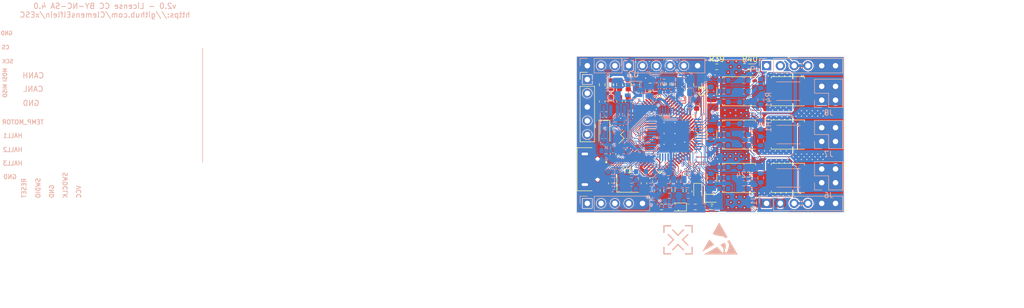
<source format=kicad_pcb>
(kicad_pcb (version 20211014) (generator pcbnew)
  (layers (0 "F.Cu" signal) (1 "In1.Cu" signal "GND") (2 "In2.Cu" signal "VM") (31 "B.Cu" signal) (34 "B.Paste" user) (35 "F.Paste" user) (36 "B.SilkS" user "B.Silkscreen") (37 "F.SilkS" user "F.Silkscreen") (38 "B.Mask" user) (39 "F.Mask" user) (44 "Edge.Cuts" user))
  (net 0 "")
  (net 1 "Net-(Q1-Pad4)")
  (net 2 "GND")
  (net 3 "Net-(Q2-Pad4)")
  (net 4 "Net-(Q3-Pad4)")
  (net 5 "Net-(Q4-Pad4)")
  (net 6 "Net-(Q5-Pad4)")
  (net 7 "Net-(Q6-Pad4)")
  (net 8 "/Power/HSU")
  (net 9 "/Power/LSU")
  (net 10 "/Power/SENSE_U")
  (net 11 "/Power/HSV")
  (net 12 "/Power/LSV")
  (net 13 "/Power/SENSE_V")
  (net 14 "/Power/HSW")
  (net 15 "/Power/LSW")
  (net 16 "/Power/SENSE_W")
  (net 17 "/Power/5VOUT")
  (net 18 "Net-(C5-Pad2)")
  (net 19 "/Power/VOFS")
  (net 20 "/Power/CU")
  (net 21 "/Power/CV")
  (net 22 "/Power/CW")
  (net 23 "Net-(C11-Pad2)")
  (net 24 "Net-(C11-Pad1)")
  (net 25 "Net-(C12-Pad1)")
  (net 26 "Net-(C24-Pad1)")
  (net 27 "Net-(C25-Pad1)")
  (net 28 "Net-(C26-Pad1)")
  (net 29 "Net-(D2-Pad2)")
  (net 30 "+3V3")
  (net 31 "+5V")
  (net 32 "/PHASE_U_RAW")
  (net 33 "/PHASE_V_RAW")
  (net 34 "/PHASE_W_RAW")
  (net 35 "/CUR_U")
  (net 36 "/CUR_V")
  (net 37 "/CUR_W")
  (net 38 "/PHASE_U_FILTERED")
  (net 39 "/PHASE_V_FILTERED")
  (net 40 "/PHASE_W_FILTERED")
  (net 41 "Net-(C32-Pad1)")
  (net 42 "Net-(C33-Pad1)")
  (net 43 "/MCU/Reset")
  (net 44 "Net-(C35-Pad2)")
  (net 45 "Net-(C36-Pad2)")
  (net 46 "/CURU_5V")
  (net 47 "/CURV_5V")
  (net 48 "/CURW_5V")
  (net 49 "/MCU/WL")
  (net 50 "/MCU/WH")
  (net 51 "/MCU/VL")
  (net 52 "/MCU/VH")
  (net 53 "/MCU/UL")
  (net 54 "/MCU/UH")
  (net 55 "/MCU/FAULT")
  (net 56 "/MCU/DRV_ENABLE")
  (net 57 "/MCU/DRV_MISO")
  (net 58 "/MCU/DRV_MOSI")
  (net 59 "/MCU/DRV_SCK")
  (net 60 "/MCU/DRV_NCS")
  (net 61 "/MCU/TX_MOSI_EXT")
  (net 62 "/MCU/CAN_TX")
  (net 63 "/MCU/CAN_RX")
  (net 64 "/MCU/SWDCLK")
  (net 65 "/MCU/SWDIO")
  (net 66 "/MCU/RX_NCS_EXT")
  (net 67 "/MCU/MISO_EXT")
  (net 68 "/MCU/SCK_EXT")
  (net 69 "/TEMP_MOTOR")
  (net 70 "/HALL1")
  (net 71 "/HALL2")
  (net 72 "/HALL3")
  (net 73 "Net-(D3-Pad2)")
  (net 74 "Net-(J2-Pad3)")
  (net 75 "Net-(J2-Pad2)")
  (net 76 "/USB_DM")
  (net 77 "/USB_DP")
  (net 78 "Net-(J5-Pad3)")
  (net 79 "Net-(J5-Pad2)")
  (net 80 "Net-(D4-Pad2)")
  (net 81 "Net-(D5-Pad2)")
  (net 82 "/LED_GREEN")
  (net 83 "/LED_RED")
  (net 84 "/VM")
  (net 85 "/V_M_FILTERED")
  (net 86 "/PCB_TEMP")
  (footprint "Capacitor_SMD:C_0603_1608Metric" (layer "F.Cu") (at 235.5 127.4 90)
    (fp_text reference "C32" hide)
    (fp_text value "15pF")
  )
  (footprint "Capacitor_SMD:C_0603_1608Metric" (layer "F.Cu") (at 241.5 127.4 -90)
    (fp_text reference "C33" hide)
    (fp_text value "15pF")
  )
  (footprint "Capacitor_SMD:C_0603_1608Metric" (layer "F.Cu") (at 234.55 114.7 180)
    (fp_text reference "C34" hide)
    (fp_text value "100nF/50V")
  )
  (footprint "Capacitor_SMD:C_0805_2012Metric" (layer "F.Cu") (at 251.4 109.2 -90)
    (fp_text reference "C35" hide)
    (fp_text value "2.2uF/25V")
  )
  (footprint "Capacitor_SMD:C_0603_1608Metric" (layer "F.Cu") (at 243.96 128.7 -90)
    (fp_text reference "C37" hide)
    (fp_text value "100nF/50V")
  )
  (footprint "Capacitor_SMD:C_0805_2012Metric" (layer "F.Cu") (at 247.96 128.71 90)
    (fp_text reference "C38" hide)
    (fp_text value "2.2uF/25V")
  )
  (footprint "Capacitor_SMD:C_0603_1608Metric" (layer "F.Cu") (at 251.2 112.8 90)
    (fp_text reference "C40" hide)
    (fp_text value "100nF/50V")
  )
  (footprint "Capacitor_SMD:C_0603_1608Metric" (layer "F.Cu") (at 235.8 122 -90)
    (fp_text reference "C41" hide)
    (fp_text value "100nF/50V")
  )
  (footprint "Capacitor_SMD:C_0603_1608Metric" (layer "F.Cu") (at 249.8 128.9 -90)
    (fp_text reference "C42" hide)
    (fp_text value "100nF/50V")
  )
  (footprint "Capacitor_SMD:C_0805_2012Metric" (layer "F.Cu") (at 245.88 128.71 90)
    (fp_text reference "C39" hide)
    (fp_text value "2.2uF/25V")
  )
  (footprint "Resistor_SMD:R_0603_1608Metric" (layer "F.Cu") (at 254.04 131.76)
    (fp_text reference "R16" hide)
    (fp_text value "150R")
  )
  (footprint "LED_SMD:LED_0603_1608Metric" (layer "F.Cu") (at 254.04 130.16)
    (fp_text reference "D2" hide)
    (fp_text value "LED")
  )
  (footprint "Connector_PinHeader_2.54mm:PinHeader_1x05_P2.54mm_Vertical" (layer "F.Cu") (at 231.06 108.24)
    (fp_text reference "J3" hide)
    (fp_text value "Conn_01x05_Male")
  )
  (footprint "LED_SMD:LED_0603_1608Metric" (layer "F.Cu") (at 251.4 128.9 -90)
    (fp_text reference "D4" hide)
    (fp_text value "LED")
  )
  (footprint "LED_SMD:LED_0603_1608Metric" (layer "F.Cu") (at 247.84 131.76 180)
    (fp_text reference "D5" hide)
    (fp_text value "LED")
  )
  (footprint "Resistor_SMD:R_0603_1608Metric" (layer "F.Cu") (at 250.94 131.76)
    (fp_text reference "R37" hide)
    (fp_text value "150R")
  )
  (footprint "Resistor_SMD:R_0603_1608Metric" (layer "F.Cu") (at 244.74 131.76)
    (fp_text reference "R38" hide)
    (fp_text value "150R")
  )
  (footprint "Resistor_SMD:R_0603_1608Metric" (layer "F.Cu") (at 254.9 105.9)
    (fp_text reference "R39")
    (fp_text value "22k")
  )
  (footprint "Resistor_SMD:R_0603_1608Metric" (layer "F.Cu") (at 261 105.9)
    (fp_text reference "R40")
    (fp_text value "1k5")
  )
  (footprint "Package_QFP:LQFP-64_10x10mm_P0.5mm" (layer "F.Cu") (at 244.4 118.4 45)
    (fp_text reference "U4" hide)
    (fp_text value "STM32F405RGTx")
  )
  (footprint "Capacitor_SMD:C_1206_3216Metric" (layer "F.Cu") (at 254 126.4 90)
    (fp_text reference "C1" hide)
    (fp_text value "2.2uF/50V")
  )
  (footprint "Capacitor_SMD:C_1206_3216Metric" (layer "F.Cu") (at 254 118.4 90)
    (fp_text reference "C2" hide)
    (fp_text value "2.2uF/50V")
  )
  (footprint "Package_TO_SOT_SMD:TDSON-8-1" (layer "F.Cu") (at 259 126.4 180)
    (fp_text reference "Q1" hide)
    (fp_text value "BSC026N08NS5")
  )
  (footprint "Package_TO_SOT_SMD:TDSON-8-1" (layer "F.Cu") (at 259 118.4 180)
    (fp_text reference "Q3" hide)
    (fp_text value "BSC026N08NS5")
  )
  (footprint "Package_TO_SOT_SMD:TDSON-8-1" (layer "F.Cu") (at 259 110.4 180)
    (fp_text reference "Q5" hide)
    (fp_text value "BSC026N08NS5")
  )
  (footprint "USB:XKB_U254-051T-4BH83-F1S" (layer "F.Cu") (at 230.6 124.8 -90)
    (fp_text reference "J2" hide)
    (fp_text value "U254-051T-4BH83-F1S")
  )
  (footprint "Diode_SMD:D_SOD-123" (layer "F.Cu") (at 234.2 118 -90)
    (fp_text reference "D3" hide)
    (fp_text value "D_Schottky")
  )
  (footprint "Resistor_SMD:R_0603_1608Metric" (layer "F.Cu") (at 245.1 109.1 90)
    (fp_text reference "R32" hide)
    (fp_text value "22R")
  )
  (footprint "Resistor_SMD:R_0603_1608Metric" (layer "F.Cu") (at 246.8 109.1 90)
    (fp_text reference "R31" hide)
    (fp_text value "22R")
  )
  (footprint "Package_TO_SOT_SMD:TDSON-8-1" (layer "F.Cu") (at 268 110.4 180)
    (fp_text reference "Q6" hide)
    (fp_text value "BSC026N08NS5")
  )
  (footprint "Package_TO_SOT_SMD:TDSON-8-1" (layer "F.Cu") (at 268 118.4 180)
    (fp_text reference "Q4" hide)
    (fp_text value "BSC026N08NS5")
  )
  (footprint "Package_TO_SOT_SMD:TDSON-8-1" (layer "F.Cu") (at 268 126.4 180)
    (fp_text reference "Q2" hide)
    (fp_text value "BSC026N08NS5")
  )
  (footprint "Capacitor_SMD:C_1206_3216Metric" (layer "F.Cu") (at 254 110.4 90)
    (fp_text reference "C3")
    (fp_text value "2.2uF/50V")
  )
  (footprint "Crystal:Crystal_SMD_3225-4Pin_3.2x2.5mm" (layer "F.Cu") (at 238.5 127.4)
    (fp_text reference "Y1")
    (fp_text value "Crystal_GND24")
  )
  (footprint "Capacitor_SMD:C_0805_2012Metric" (layer "F.Cu") (at 242.65 109.65)
    (fp_text reference "C36" hide)
    (fp_text value "2.2uF/25V")
  )
  (footprint "Capacitor_SMD:C_0603_1608Metric" (layer "F.Cu") (at 240.2 109.2 90)
    (fp_text reference "C43" hide)
    (fp_text value "100nF/50V")
  )
  (footprint "Resistor_SMD:R_0603_1608Metric" (layer "F.Cu") (at 235.4 109.2 -90)
    (fp_text reference "R33" hide)
    (fp_text value "2k2")
  )
  (footprint "Resistor_SMD:R_0603_1608Metric" (layer "F.Cu") (at 237 109.2 -90)
    (fp_text reference "R34" hide)
    (fp_text value "2k2")
  )
  (footprint "Capacitor_SMD:C_0603_1608Metric" (layer "F.Cu") (at 233.8 112.3 -90)
    (fp_text reference "C44" hide)
    (fp_text value "100nF/50V")
  )
  (footprint "Capacitor_SMD:C_0603_1608Metric" (layer "F.Cu") (at 235.4 112.3 -90)
    (fp_text reference "C45" hide)
    (fp_text value "DNP")
  )
  (footprint "Capacitor_SMD:C_0603_1608Metric" (layer "F.Cu") (at 237 112.3 -90)
    (fp_text reference "C46" hide)
    (fp_text value "DNP")
  )
  (footprint "Resistor_SMD:R_0603_1608Metric" (layer "F.Cu") (at 238.6 109.2 -90)
    (fp_text reference "R35" hide)
    (fp_text value "2k2")
  )
  (footprint "Resistor_SMD:R_0603_1608Metric" (layer "F.Cu") (at 233.8 109.2 -90)
    (fp_text reference "R30" hide)
    (fp_text value "10k")
  )
  (footprint "Capacitor_SMD:C_0603_1608Metric" (layer "F.Cu") (at 238.6 112.3 -90)
    (fp_text reference "C47" hide)
    (fp_text value "DNP")
  )
  (footprint "Resistor_SMD:R_0603_1608Metric" (layer "B.Cu") (at 256.2 124.4 180)
    (fp_text reference "R4" hide)
    (fp_text value "10R")
  )
  (footprint "Capacitor_SMD:C_0805_2012Metric" (layer "B.Cu") (at 246 126.7)
    (fp_text reference "C4" hide)
    (fp_text value "2.2uF/25V")
  )
  (footprint "Capacitor_SMD:C_0805_2012Metric" (layer "B.Cu") (at 249.8 126.7 180)
    (fp_text reference "C5" hide)
    (fp_text value "2.2uF/25V")
  )
  (footprint "Capacitor_SMD:C_0603_1608Metric" (layer "B.Cu") (at 249.65 128.7)
    (fp_text reference "C6" hide)
    (fp_text value "100nF/50V")
  )
  (footprint "Capacitor_SMD:C_0603_1608Metric" (layer "B.Cu") (at 242.7 128.45 180)
    (fp_text reference "C15" hide)
    (fp_text value "DNP")
  )
  (footprint "Capacitor_SMD:C_0603_1608Metric" (layer "B.Cu") (at 245.2 110.45)
    (fp_text reference "C11" hide)
    (fp_text value "22nF/100V")
  )
  (footprint "Capacitor_SMD:C_0805_2012Metric" (layer "B.Cu") (at 242.5 110.3 90)
    (fp_text reference "C13" hide)
    (fp_text value "100nF/100V")
  )
  (footprint "Capacitor_SMD:C_0603_1608Metric" (layer "B.Cu") (at 259.9 116.4)
    (fp_text reference "C25" hide)
    (fp_text value "1nF/100V")
  )
  (footprint "Capacitor_SMD:C_0603_1608Metric" (layer "B.Cu") (at 259.9 112.4)
    (fp_text reference "C26" hide)
    (fp_text value "1nF/100V")
  )
  (footprint "Resistor_SMD:R_0603_1608Metric" (layer "B.Cu") (at 256.2 118.4 180)
    (fp_text reference "R5" hide)
    (fp_text value "2R2")
  )
  (footprint "Resistor_SMD:R_0603_1608Metric" (layer "B.Cu") (at 256.2 120.4 180)
    (fp_text reference "R6" hide)
    (fp_text value "2R2")
  )
  (footprint "Capacitor_SMD:C_0603_1608Metric" (layer "B.Cu") (at 239.2 128.45 180)
    (fp_text reference "C27" hide)
    (fp_text value "DNP")
  )
  (footprint "Resistor_SMD:R_2512_6332Metric" (layer "B.Cu") (at 268.1375 118.4 180)
    (fp_text reference "R7" hide)
    (fp_text value "33mR")
  )
  (footprint "Capacitor_SMD:C_0603_1608Metric" (layer "B.Cu") (at 235.7 128.45 180)
    (fp_text reference "C28" hide)
    (fp_text value "DNP")
  )
  (footprint "Resistor_SMD:R_0603_1608Metric" (layer "B.Cu") (at 256.2 116.4 180)
    (fp_text reference "R8" hide)
    (fp_text value "10R")
  )
  (footprint "Resistor_SMD:R_0603_1608Metric" (layer "B.Cu") (at 256.2 110.4 180)
    (fp_text reference "R9" hide)
    (fp_text value "2R2")
  )
  (footprint "Resistor_SMD:R_0603_1608Metric" (layer "B.Cu") (at 256.2 108.4 180)
    (fp_text reference "R10" hide)
    (fp_text value "2R2")
  )
  (footprint "Resistor_SMD:R_2512_6332Metric" (layer "B.Cu") (at 268.1 110.4 180)
    (fp_text reference "R11" hide)
    (fp_text value "33mR")
  )
  (footprint "Resistor_SMD:R_0603_1608Metric" (layer "B.Cu") (at 246.15 128.7)
    (fp_text reference "R13" hide)
    (fp_text value "DNP")
  )
  (footprint "Resistor_SMD:R_0603_1608Metric" (layer "B.Cu") (at 249.65 130.7)
    (fp_text reference "R14" hide)
    (fp_text value "DNP")
  )
  (footprint "Resistor_SMD:R_0603_1608Metric" (layer "B.Cu") (at 246.15 130.7)
    (fp_text reference "R15" hide)
    (fp_text value "DNP")
  )
  (footprint "Resistor_SMD:R_0603_1608Metric" (layer "B.Cu") (at 242.7 125.25)
    (fp_text reference "R17" hide)
    (fp_text value "1k5")
  )
  (footprint "Resistor_SMD:R_0603_1608Metric" (layer "B.Cu") (at 242.7 126.85 180)
    (fp_text reference "R18" hide)
    (fp_text value "2k2")
  )
  (footprint "Resistor_SMD:R_0603_1608Metric" (layer "B.Cu") (at 239.2 125.25)
    (fp_text reference "R19" hide)
    (fp_text value "1k5")
  )
  (footprint "Resistor_SMD:R_0603_1608Metric" (layer "B.Cu") (at 239.2 126.85 180)
    (fp_text reference "R20" hide)
    (fp_text value "2k2")
  )
  (footprint "Resistor_SMD:R_0603_1608Metric" (layer "B.Cu") (at 235.7 125.25)
    (fp_text reference "R21" hide)
    (fp_text value "1k5")
  )
  (footprint "Resistor_SMD:R_0603_1608Metric" (layer "B.Cu") (at 235.7 126.85 180)
    (fp_text reference "R22" hide)
    (fp_text value "2k2")
  )
  (footprint "Resistor_SMD:R_0603_1608Metric" (layer "B.Cu") (at 245.2 108.7)
    (fp_text reference "R29" hide)
    (fp_text value "10k")
  )
  (footprint "Resistor_SMD:R_0603_1608Metric" (layer "B.Cu") (at 256.2 128.4 180)
    (fp_text reference "R2" hide)
    (fp_text value "2R2")
  )
  (footprint "Resistor_SMD:R_2512_6332Metric" (layer "B.Cu") (at 268.1375 126.4 180)
    (fp_text reference "R3" hide)
    (fp_text value "33mR")
  )
  (footprint "Capacitor_SMD:C_0805_2012Metric" (layer "B.Cu") (at 249 110.6 180)
    (fp_text reference "C12" hide)
    (fp_text value "100nF/100V")
  )
  (footprint "Capacitor_SMD:C_0805_2012Metric" (layer "B.Cu") (at 249 108.6)
    (fp_text reference "C14" hide)
    (fp_text value "100nF/100V")
  )
  (footprint "Capacitor_SMD:C_0603_1608Metric" (layer "B.Cu") (at 259.9 126.4 180)
    (fp_text reference "C29" hide)
    (fp_text value "DNP")
  )
  (footprint "Capacitor_SMD:C_0603_1608Metric" (layer "B.Cu") (at 259.9 118.4 180)
    (fp_text reference "C30" hide)
    (fp_text value "DNP")
  )
  (footprint "Resistor_SMD:R_0603_1608Metric" (layer "B.Cu") (at 263 119.6 -90)
    (fp_text reference "R25" hide)
    (fp_text value "22k")
  )
  (footprint "Capacitor_SMD:C_0603_1608Metric" (layer "B.Cu") (at 259.9 110.4 180)
    (fp_text reference "C31" hide)
    (fp_text value "DNP")
  )
  (footprint "Resistor_SMD:R_0603_1608Metric" (layer "B.Cu") (at 259.9 128.4 180)
    (fp_text reference "R24" hide)
    (fp_text value "1k5")
  )
  (footprint "Resistor_SMD:R_0603_1608Metric" (layer "B.Cu") (at 259.9 108.4 180)
    (fp_text reference "R28" hide)
    (fp_text value "1k5")
  )
  (footprint "Resistor_SMD:R_0603_1608Metric" (layer "B.Cu") (at 263 126.4 -90)
    (fp_text reference "R23" hide)
    (fp_text value "22k")
  )
  (footprint "Resistor_SMD:R_0603_1608Metric" (layer "B.Cu") (at 259.9 120.4 180)
    (fp_text reference "R26" hide)
    (fp_text value "1k5")
  )
  (footprint "Capacitor_SMD:C_1206_3216Metric" (layer "B.Cu") (at 235.2 108.9 180)
    (fp_text reference "C21" hide)
    (fp_text value "10uF/25V")
  )
  (footprint "Capacitor_SMD:C_1206_3216Metric" (layer "B.Cu") (at 235.2 111.3 180)
    (fp_text reference "C20" hide)
    (fp_text value "10uF/25V")
  )
  (footprint "Connector_PinHeader_2.54mm:PinHeader_1x03_P2.54mm_Vertical" (layer "B.Cu") (at 231.06 105.7 -90)
    (fp_text reference "J5" hide)
    (fp_text value "Conn_01x03_Male")
  )
  (footprint "x-tech-logo:x-tech-logo" (layer "B.Cu") (at 247.8 137.875)
    (fp_text reference "G***" hide)
    (fp_text value "LOGO" hide)
  )
  (footprint "Symbol:ESD-Logo_6.6x6mm_SilkScreen" (layer "B.Cu") (at 255.5 137.575 180)
    (fp_text reference "REF**" hide)
    (fp_text value "ESD-Logo_6.6x6mm_SilkScreen" hide)
  )
  (footprint "Capacitor_SMD:C_0603_1608Metric" (layer "B.Cu") (at 253.8 118.4 -90)
    (fp_text reference "C9" hide)
    (fp_text value "470nF/16V")
  )
  (footprint "Capacitor_SMD:C_0603_1608Metric" (layer "B.Cu") (at 253.8 126.4 -90)
    (fp_text reference "C8" hide)
    (fp_text value "470nF/16V")
  )
  (footprint "Capacitor_SMD:C_0603_1608Metric" (layer "B.Cu") (at 253.8 110.4 90)
    (fp_text reference "C10" hide)
    (fp_text value "470nF/16V")
  )
  (footprint "footprints:TMC6200-TA" (layer "B.Cu") (at 247.2 118.35 90)
    (fp_text reference "U1" hide)
    (fp_text value "TMC6200-TA" hide)
  )
  (footprint "Resistor_SMD:R_0603_1608Metric" (layer "B.Cu") (at 256.2 126.4 180)
    (fp_text reference "R1" hide)
    (fp_text value "2R2")
  )
  (footprint "Resistor_SMD:R_0603_1608Metric" (layer "B.Cu") (at 263 109 90)
    (fp_text reference "R27" hide)
    (fp_text value "22k")
  )
  (footprint "Resistor_SMD:R_0603_1608Metric" (layer "B.Cu") (at 256.2 112.4 180)
    (fp_text reference "R12" hide)
    (fp_text value "10R")
  )
  (footprint "Connector_PinHeader_2.54mm:PinHeader_1x06_P2.54mm_Vertical" (layer "B.Cu") (at 238.68 105.7 -90)
    (fp_text reference "J1" hide)
    (fp_text value "Conn_01x06_Male")
  )
  (footprint "Connector_PinHeader_2.54mm:PinHeader_1x05_P2.54mm_Vertical" (layer "B.Cu") (at 231.06 131.1 -90)
    (fp_text reference "J4" hide)
    (fp_text value "Conn_01x05_Male")
  )
  (footprint "Capacitor_SMD:C_0603_1608Metric" (layer "B.Cu") (at 259.9 124.4)
    (fp_text reference "C24")
    (fp_text value "1nF/100V")
  )
  (footprint "Capacitor_SMD:C_0603_1608Metric" (layer "B.Cu") (at 237.8 121.4 180)
    (fp_text reference "C7" hide)
    (fp_text value "100nF/50V")
  )
  (footprint "Package_TO_SOT_SMD:SOT-23-5" (layer "B.Cu") (at 239.6 110.2 180)
    (fp_text reference "U2")
    (fp_text value "XC6220B331MR")
  )
  (footprint "Package_SO:SOIC-8_3.9x4.9mm_P1.27mm" (layer "B.Cu") (at 236 116.4 90)
    (fp_text reference "U5" hide)
    (fp_text value "SN65HVD232")
  )
  (footprint "Resistor_SMD:R_0603_1608Metric" (layer "B.Cu") (at 263 112 90)
    (fp_text reference "R41")
    (fp_text value "10k")
  )
  (footprint "Resistor_SMD:R_0603_1608Metric" (layer "B.Cu") (at 263 116.6 90)
    (fp_text reference "TH1")
    (fp_text value "Thermistor_NTC")
  )
  (footprint "Connector_PinHeader_2.54mm:PinHeader_1x06_P2.54mm_Vertical" (layer "B.Cu") (at 264.08 105.7 -90)
    (fp_text reference "J9")
    (fp_text value "Conn_01x06_Male")
  )
  (footprint "Connector_PinHeader_2.54mm:PinHeader_1x06_P2.54mm_Vertical" (layer "B.Cu") (at 264.08 131.1 -90)
    (fp_text reference "J10")
    (fp_text value "Conn_01x06_Male")
  )
  (footprint "Connector_PinHeader_2.54mm:PinHeader_2x02_P2.54mm_Vertical" (layer "B.Cu") (at 274.24 112.05)
    (fp_text reference "J8")
    (fp_text value "Conn_02x02_Counter_Clockwise")
  )
  (footprint "Connector_PinHeader_2.54mm:PinHeader_2x02_P2.54mm_Vertical" (layer "B.Cu") (at 274.24 119.67)
    (fp_text reference "J7")
    (fp_text value "Conn_02x02_Counter_Clockwise")
  )
  (footprint "Connector_PinHeader_2.54mm:PinHeader_2x02_P2.54mm_Vertical" (layer "B.Cu") (at 274.24 127.29)
    (fp_text reference "J6")
    (fp_text value "Conn_02x02_Counter_Clockwise")
  )
  (footprint "Resistor_SMD:R_0603_1608Metric" (layer "B.Cu") (at 234.5 121.4 180)
    (fp_text reference "R36" hide)
    (fp_text value "120R")
  )
  (gr_line (start 160.2 102.5) (end 160.2 123.5) (layer "B.SilkS") (width 0.12))
  (gr_line (start 229 103.9) (end 278.5 103.9) (layer "Edge.Cuts") (width 0.05))
  (gr_line (start 229 132.9) (end 229 103.9) (layer "Edge.Cuts") (width 0.05))
  (gr_line (start 278.5 103.9) (end 278.5 132.9) (layer "Edge.Cuts") (width 0.05))
  (gr_line (start 278.5 132.9) (end 229 132.9) (layer "Edge.Cuts") (width 0.05))
  (gr_text "HALL1\n" (at 127.1 118.6) (layer "B.SilkS") (effects (font (size 0.8 0.8)) (justify left mirror)))
  (gr_text "GND" (at 123.4 126.2) (layer "B.SilkS") (effects (font (size 0.8 0.8)) (justify right mirror)))
  (gr_text "VCC" (at 137.4 130.2 90) (layer "B.SilkS") (effects (font (size 0.8 0.8)) (justify right mirror)))
  (gr_text "CANL" (at 129 110) (layer "B.SilkS") (effects (font (size 1 1)) (justify mirror)))
  (gr_text "SCK" (at 124.3 104.9) (layer "B.SilkS") (effects (font (size 0.7 0.7)) (justify mirror)))
  (gr_text "RESET" (at 127.3 130.2 90) (layer "B.SilkS") (effects (font (size 0.8 0.8)) (justify right mirror)))
  (gr_text "GND" (at 124.1 99.7) (layer "B.SilkS") (effects (font (size 0.7 0.7)) (justify mirror)))
  (gr_text "MOSI" (at 123.8 107.4 90) (layer "B.SilkS") (effects (font (size 0.7 0.7)) (justify mirror)))
  (gr_text "HALL2" (at 127.1 121.2) (layer "B.SilkS") (effects (font (size 0.8 0.8)) (justify left mirror)))
  (gr_text "GND" (at 128.6 112.6) (layer "B.SilkS") (effects (font (size 1 1)) (justify mirror)))
  (gr_text "SWDCLK" (at 134.9 130.2 90) (layer "B.SilkS") (effects (font (size 0.8 0.8)) (justify right mirror)))
  (gr_text "v2.0 - License CC BY-NC-SA 4.0\nhttps://github.com/ClemensElflein/xESC" (at 142.2 95.5) (layer "B.SilkS") (effects (font (size 1 1)) (justify mirror)))
  (gr_text "CS" (at 123.9 102.3) (layer "B.SilkS") (effects (font (size 0.7 0.7)) (justify mirror)))
  (gr_text "GND" (at 132.4 130.2 90) (layer "B.SilkS") (effects (font (size 0.8 0.8)) (justify right mirror)))
  (gr_text "TEMP_MOTOR" (at 127.1 116.1) (layer "B.SilkS") (effects (font (size 0.8 0.8)) (justify mirror)))
  (gr_text "SWDIO" (at 129.9 130.2 90) (layer "B.SilkS") (effects (font (size 0.8 0.8)) (justify right mirror)))
  (gr_text "CANH" (at 129 107.5) (layer "B.SilkS") (effects (font (size 1 1)) (justify mirror)))
  (gr_text "MISO" (at 123.8 110.3 90) (layer "B.SilkS") (effects (font (size 0.7 0.7)) (justify mirror)))
  (gr_text "HALL3" (at 127.1 123.7) (layer "B.SilkS") (effects (font (size 0.8 0.8)) (justify left mirror)))
  (segment (start 261.2 129.45) (end 261.3 129.55) (width 0.127) (layer "F.Cu") (net 1))
  (segment (start 261.2 125.195) (end 261.2 129.45) (width 0.127) (layer "F.Cu") (net 1))
  (segment (start 261.9 124.495) (end 261.2 125.195) (width 0.127) (layer "F.Cu") (net 1))
  (via (at 261.3 129.55) (size 0.4) (drill 0.2) (layers "F.Cu" "B.Cu") (net 1))
  (segment (start 258.550001 129.350001) (end 261.100001 129.350001) (width 0.127) (layer "B.Cu") (net 1))
  (segment (start 258.2 129) (end 258.550001 129.350001) (width 0.127) (layer "B.Cu") (net 1))
  (segment (start 258.2 127.575) (end 258.2 129) (width 0.127) (layer "B.Cu") (net 1))
  (segment (start 257.025 126.4) (end 258.2 127.575) (width 0.127) (layer "B.Cu") (net 1))
  (segment (start 261.100001 129.350001) (end 261.3 129.55) (width 0.127) (layer "B.Cu") (net 1))
  (segment (start 241.1 124.803153) (end 242.6 126.303153) (width 0.127) (layer "F.Cu") (net 2))
  (segment (start 241.624606 123.650268) (end 241.599732 123.650268) (width 0.127) (layer "F.Cu") (net 2))
  (segment (start 238.6 113.5) (end 238.2 113.9) (width 0.127) (layer "F.Cu") (net 2))
  (segment (start 241.1 124.15) (end 241.1 124.803153) (width 0.127) (layer "F.Cu") (net 2))
  (segment (start 238.2 114.674874) (end 239.149732 115.624606) (width 0.127) (layer "F.Cu") (net 2))
  (segment (start 238.2 113.9) (end 238.2 114.674874) (width 0.127) (layer "F.Cu") (net 2))
  (segment (start 241.599732 123.650268) (end 241.1 124.15) (width 0.127) (layer "F.Cu") (net 2))
  (segment (start 254 116.925) (end 254 115.6) (width 0.127) (layer "F.Cu") (net 2))
  (segment (start 254 115.6) (end 254.3 115.3) (width 0.127) (layer "F.Cu") (net 2))
  (segment (start 237.2 115.796194) (end 237.2 115.4) (width 0.127) (layer "F.Cu") (net 2))
  (segment (start 238.089072 116.685266) (end 237.2 115.796194) (width 0.127) (layer "F.Cu") (net 2))
  (segment (start 242.6 126.303153) (end 242.6 126.5) (width 0.127) (layer "F.Cu") (net 2))
  (segment (start 238.6 113.075) (end 238.6 113.5) (width 0.127) (layer "F.Cu") (net 2))
  (via (at 272.5 114) (size 0.4) (drill 0.2) (layers "F.Cu" "B.Cu") (net 2))
  (via (at 274.5 115) (size 0.4) (drill 0.2) (layers "F.Cu" "B.Cu") (net 2))
  (via (at 275 114.5) (size 0.4) (drill 0.2) (layers "F.Cu" "B.Cu") (net 2))
  (via (at 274 114.5) (size 0.4) (drill 0.2) (layers "F.Cu" "B.Cu") (net 2))
  (via (at 273 114.5) (size 0.4) (drill 0.2) (layers "F.Cu" "B.Cu") (net 2))
  (via (at 272 114.5) (size 0.4) (drill 0.2) (layers "F.Cu" "B.Cu") (net 2))
  (via (at 272.5 115) (size 0.4) (drill 0.2) (layers "F.Cu" "B.Cu") (net 2))
  (via (at 274.5 114) (size 0.4) (drill 0.2) (layers "F.Cu" "B.Cu") (net 2))
  (via (at 271.5 114) (size 0.4) (drill 0.2) (layers "F.Cu" "B.Cu") (net 2))
  (via (at 273.5 114) (size 0.4) (drill 0.2) (layers "F.Cu" "B.Cu") (net 2))
  (via (at 273.5 115) (size 0.4) (drill 0.2) (layers "F.Cu" "B.Cu") (net 2))
  (via (at 271.5 115) (size 0.4) (drill 0.2) (layers "F.Cu" "B.Cu") (net 2))
  (via (at 271 114.5) (size 0.4) (drill 0.2) (layers "F.Cu" "B.Cu") (net 2))
  (via (at 269.5 115) (size 0.4) (drill 0.2) (layers "F.Cu" "B.Cu") (net 2))
  (via (at 270 122.5) (size 0.4) (drill 0.2) (layers "F.Cu" "B.Cu") (net 2))
  (via (at 269.5 123) (size 0.4) (drill 0.2) (layers "F.Cu" "B.Cu") (net 2))
  (via (at 270.5 115) (size 0.4) (drill 0.2) (layers "F.Cu" "B.Cu") (net 2))
  (via (at 269 122.5) (size 0.4) (drill 0.2) (layers "F.Cu" "B.Cu") (net 2))
  (via (at 271 122.5) (size 0.4) (drill 0.2) (layers "F.Cu" "B.Cu") (net 2))
  (via (at 270.5 114) (size 0.4) (drill 0.2) (layers "F.Cu" "B.Cu") (net 2))
  (via (at 269.5 122) (size 0.4) (drill 0.2) (layers "F.Cu" "B.Cu") (net 2))
  (via (at 270 114.5) (size 0.4) (drill 0.2) (layers "F.Cu" "B.Cu") (net 2))
  (via (at 270.5 122) (size 0.4) (drill 0.2) (layers "F.Cu" "B.Cu") (net 2))
  (via (at 270.5 123) (size 0.4) (drill 0.2) (layers "F.Cu" "B.Cu") (net 2))
  (via (at 254.65 126.9) (size 0.4) (drill 0.2) (layers "F.Cu" "B.Cu") (net 2))
  (via (at 245.2 118.2) (size 0.4) (drill 0.2) (layers "F.Cu" "B.Cu") (net 2))
  (via (at 255.05 122.9) (size 0.4) (drill 0.2) (layers "F.Cu" "B.Cu") (net 2))
  (via (at 274 122.5) (size 0.4) (drill 0.2) (layers "F.Cu" "B.Cu") (net 2))
  (via (at 247.2 116.2) (size 0.4) (drill 0.2) (layers "F.Cu" "B.Cu") (net 2))
  (via (at 247.85 132.35) (size 0.4) (drill 0.2) (layers "F.Cu" "B.Cu") (net 2))
  (via (at 249 119.8) (size 0.4) (drill 0.2) (layers "F.Cu" "B.Cu") (net 2))
  (via (at 254.6 107.4) (size 0.4) (drill 0.2) (layers "F.Cu" "B.Cu") (net 2))
  (via (at 261.563218 115.351327) (size 0.4) (drill 0.2) (layers "F.Cu" "B.Cu") (net 2))
  (via (at 245.2 116.2) (size 0.4) (drill 0.2) (layers "F.Cu" "B.Cu") (net 2))
  (via (at 242.5 104.9) (size 0.4) (drill 0.2) (layers "F.Cu" "B.Cu") (net 2))
  (via (at 240 105) (size 0.4) (drill 0.2) (layers "F.Cu" "B.Cu") (net 2))
  (via (at 263.6 107.3) (size 0.4) (drill 0.2) (layers "F.Cu" "B.Cu") (net 2))
  (via (at 274.5 122) (size 0.4) (drill 0.2) (layers "F.Cu" "B.Cu") (net 2))
  (via (at 252 128.9) (size 0.4) (drill 0.2) (layers "F.Cu" "B.Cu") (net 2))
  (via (at 274.5 123) (size 0.4) (drill 0.2) (layers "F.Cu" "B.Cu") (net 2))
  (via (at 260.8 119.4) (size 0.4) (drill 0.2) (layers "F.Cu" "B.Cu") (net 2))
  (via (at 246 126.5) (size 0.4) (drill 0.2) (layers "F.Cu" "B.Cu") (net 2))
  (via (at 243.6 107.9) (size 0.4) (drill 0.2) (layers "F.Cu" "B.Cu") (net 2))
  (via (at 275 122.5) (size 0.4) (drill 0.2) (layers "F.Cu" "B.Cu") (net 2))
  (via (at 249.6 107.5) (size 0.4) (drill 0.2) (layers "F.Cu" "B.Cu") (net 2))
  (via (at 272.5 122) (size 0.4) (drill 0.2) (layers "F.Cu" "B.Cu") (net 2))
  (via (at 254.3 115.3) (size 0.4) (drill 0.2) (layers "F.Cu" "B.Cu") (net 2))
  (via (at 260.822609 111.744521) (size 0.4) (drill 0.2) (layers "F.Cu" "B.Cu") (net 2))
  (via (at 243.75 113.7) (size 0.4) (drill 0.2) (layers "F.Cu" "B.Cu") (net 2))
  (via (at 247.2 118.2) (size 0.4) (drill 0.2) (layers "F.Cu" "B.Cu") (net 2))
  (via (at 247.2 120.2) (size 0.4) (drill 0.2) (layers "F.Cu" "B.Cu") (net 2))
  (via (at 273.5 122) (size 0.4) (drill 0.2) (layers "F.Cu" "B.Cu") (net 2))
  (via (at 237.2 115.4) (size 0.4) (drill 0.2) (layers "F.Cu" "B.Cu") (net 2))
  (via (at 254 131.6) (size 0.4) (drill 0.2) (layers "F.Cu" "B.Cu") (net 2))
  (via (at 247.6 105) (size 0.4) (drill 0.2) (layers "F.Cu" "B.Cu") (net 2))
  (via (at 273 122.5) (size 0.4) (drill 0.2) (layers "F.Cu" "B.Cu") (net 2))
  (via (at 240.3 107.5) (size 0.4) (drill 0.2) (layers "F.Cu" "B.Cu") (net 2))
  (via (at 272 122.5) (size 0.4) (drill 0.2) (layers "F.Cu" "B.Cu") (net 2))
  (via (at 245.2 120.2) (size 0.4) (drill 0.2) (layers "F.Cu" "B.Cu") (net 2))
  (via (at 245.5 106.8) (size 0.4) (drill 0.2) (layers "F.Cu" "B.Cu") (net 2))
  (via (at 263.3 123.7) (size 0.4) (drill 0.2) (layers "F.Cu" "B.Cu") (net 2))
  (via (at 271.5 123) (size 0.4) (drill 0.2) (layers "F.Cu" "B.Cu") (net 2))
  (via (at 241.8 108) (size 0.4) (drill 0.2) (layers "F.Cu" "B.Cu") (net 2))
  (via (at 273.5 123) (size 0.4) (drill 0.2) (layers "F.Cu" "B.Cu") (net 2))
  (via (at 260.70949 127.4) (size 0.4) (drill 0.2) (layers "F.Cu" "B.Cu") (net 2))
  (via (at 271.5 122) (size 0.4) (drill 0.2) (layers "F.Cu" "B.Cu") (net 2))
  (via (at 242.6 126.5) (size 0.4) (drill 0.2) (layers "F.Cu" "B.Cu") (net 2))
  (via (at 272.5 123) (size 0.4) (drill 0.2) (layers "F.Cu" "B.Cu") (net 2))
  (via (at 261.5 107.1) (size 0.4) (drill 0.2) (layers "F.Cu" "B.Cu") (net 2))
  (segment (start 263 111.175) (end 262.430479 111.744521) (width 0.127) (layer "B.Cu") (net 2))
  (segment (start 259.125 126.4) (end 259.125 126.875) (width 0.127) (layer "B.Cu") (net 2))
  (segment (start 246.449999 122.525501) (end 246.449999 119.100001) (width 0.127) (layer "B.Cu") (net 2))
  (segment (start 259.075 128.4) (end 259.075 126.45) (width 0.127) (layer "B.Cu") (net 2))
  (segment (start 259.125 110.4) (end 259.825 111.1) (width 0.127) (layer "B.Cu") (net 2))
  (segment (start 263.799999 108.402265) (end 263.799999 107.499999) (width 0.127) (layer "B.Cu") (net 2))
  (segment (start 263 111.175) (end 263 111.3) (width 0.127) (layer "B.Cu") (net 2))
  (segment (start 259.825 111.1) (end 261.1 111.1) (width 0.127) (layer "B.Cu") (net 2))
  (segment (start 260.675 116.4) (end 260.675 116.239545) (width 0.127) (layer "B.Cu") (net 2))
  (segment (start 260.675 116.239545) (end 261.563218 115.351327) (width 0.127) (layer "B.Cu") (net 2))
  (segment (start 260.675 112.4) (end 260.675 111.89213) (width 0.127) (layer "B.Cu") (net 2))
  (segment (start 259.65 127.4) (end 260.70949 127.4) (width 0.127) (layer "B.Cu") (net 2))
  (segment (start 259.125 126.875) (end 259.65 127.4) (width 0.127) (layer "B.Cu") (net 2))
  (segment (start 260.5 107.1) (end 261.5 107.1) (width 0.127) (layer "B.Cu") (net 2))
  (segment (start 259.2 108.4) (end 260.5 107.1) (width 0.127) (layer "B.Cu") (net 2))
  (segment (start 259.075 108.4) (end 259.2 108.4) (width 0.127) (layer "B.Cu") (net 2))
  (segment (start 262.430479 111.744521) (end 260.822609 111.744521) (width 0.127) (layer "B.Cu") (net 2))
  (segment (start 246.449999 119.100001) (end 247.2 118.35) (width 0.127) (layer "B.Cu") (net 2))
  (segment (start 259.125 118.4) (end 260.125 119.4) (width 0.127) (layer "B.Cu") (net 2))
  (segment (start 260.675 111.89213) (end 260.822609 111.744521) (width 0.127) (layer "B.Cu") (net 2))
  (segment (start 260.125 119.4) (end 260.8 119.4) (width 0.127) (layer "B.Cu") (net 2))
  (segment (start 261.5 123.7) (end 263.3 123.7) (width 0.127) (layer "B.Cu") (net 2))
  (segment (start 262.2 109.597736) (end 262.7 109.097736) (width 0.127) (layer "B.Cu") (net 2))
  (segment (start 260.8 124.4) (end 261.5 123.7) (width 0.127) (layer "B.Cu") (net 2))
  (segment (start 262.2 110) (end 262.2 109.597736) (width 0.127) (layer "B.Cu") (net 2))
  (segment (start 261.1 111.1) (end 262.2 110) (width 0.127) (layer "B.Cu") (net 2))
  (segment (start 262.7 109.097736) (end 263.104528 109.097736) (width 0.127) (layer "B.Cu") (net 2))
  (segment (start 263.104528 109.097736) (end 263.799999 108.402265) (width 0.127) (layer "B.Cu") (net 2))
  (segment (start 260.675 124.4) (end 260.8 124.4) (width 0.127) (layer "B.Cu") (net 2))
  (segment (start 263.799999 107.499999) (end 263.6 107.3) (width 0.127) (layer "B.Cu") (net 2))
  (segment (start 259.075 126.45) (end 259.125 126.4) (width 0.127) (layer "B.Cu") (net 2))
  (segment (start 270.305 124.495) (end 269.7 125.1) (width 0.127) (layer "F.Cu") (net 3))
  (segment (start 269.7 128.9) (end 270.3 129.5) (width 0.127) (layer "F.Cu") (net 3))
  (segment (start 270.9 124.495) (end 270.305 124.495) (width 0.127) (layer "F.Cu") (net 3))
  (segment (start 270.3 131.9) (end 269.972987 132.227013) (width 0.127) (layer "F.Cu") (net 3))
  (segment (start 269.972987 132.227013) (end 261.7 132.227013) (width 0.127) (layer "F.Cu") (net 3))
  (segment (start 269.7 125.1) (end 269.7 128.9) (width 0.127) (layer "F.Cu") (net 3))
  (segment (start 270.3 129.5) (end 270.3 131.9) (width 0.127) (layer "F.Cu") (net 3))
  (via (at 261.7 132.227013) (size 0.4) (drill 0.2) (layers "F.Cu" "B.Cu") (net 3))
  (segment (start 256.3 131.777943) (end 256.822057 132.3) (width 0.127) (layer "B.Cu") (net 3))
  (segment (start 256.822057 132.3) (end 261.627013 132.3) (width 0.127) (layer "B.Cu") (net 3))
  (segment (start 257.025 128.4) (end 257.025 128.325) (width 0.127) (layer "B.Cu") (net 3))
  (segment (start 256.3 129.125) (end 256.3 131.777943) (width 0.127) (layer "B.Cu") (net 3))
  (segment (start 261.627013 132.3) (end 261.7 132.227013) (width 0.127) (layer "B.Cu") (net 3))
  (segment (start 257.025 128.4) (end 256.3 129.125) (width 0.127) (layer "B.Cu") (net 3))
  (segment (start 261.2 116.8) (end 261.2 121.545113) (width 0.127) (layer "F.Cu") (net 4))
  (segment (start 261.2 121.545113) (end 261.773867 122.11898) (width 0.127) (layer "F.Cu") (net 4))
  (segment (start 261.9 116.495) (end 261.505 116.495) (width 0.127) (layer "F.Cu") (net 4))
  (segment (start 261.505 116.495) (end 261.2 116.8) (width 0.127) (layer "F.Cu") (net 4))
  (via (at 261.773867 122.11898) (size 0.4) (drill 0.2) (layers "F.Cu" "B.Cu") (net 4))
  (segment (start 260.720397 121.06551) (end 261.773867 122.11898) (width 0.127) (layer "B.Cu") (net 4))
  (segment (start 257.025 118.4) (end 257.425 118.4) (width 0.127) (layer "B.Cu") (net 4))
  (segment (start 258.86551 119.06551) (end 260 120.2) (width 0.127) (layer "B.Cu") (net 4))
  (segment (start 257.69051 119.06551) (end 258.86551 119.06551) (width 0.127) (layer "B.Cu") (net 4))
  (segment (start 257.025 118.4) (end 257.69051 119.06551) (width 0.127) (layer "B.Cu") (net 4))
  (segment (start 260 120.2) (end 260 120.702264) (width 0.127) (layer "B.Cu") (net 4))
  (segment (start 260.363246 121.06551) (end 260.720397 121.06551) (width 0.127) (layer "B.Cu") (net 4))
  (segment (start 260 120.702264) (end 260.363246 121.06551) (width 0.127) (layer "B.Cu") (net 4))
  (segment (start 262.6 122.5) (end 262.4 122.7) (width 0.127) (layer "F.Cu") (net 5))
  (segment (start 270.005 116.495) (end 269.6 116.9) (width 0.127) (layer "F.Cu") (net 5))
  (segment (start 269.6 116.9) (end 269.6 121.322058) (width 0.127) (layer "F.Cu") (net 5))
  (segment (start 269.6 121.322058) (end 268.422058 122.5) (width 0.127) (layer "F.Cu") (net 5))
  (segment (start 270.9 116.495) (end 270.005 116.495) (width 0.127) (layer "F.Cu") (net 5))
  (segment (start 268.422058 122.5) (end 262.6 122.5) (width 0.127) (layer "F.Cu") (net 5))
  (via (at 262.4 122.7) (size 0.4) (drill 0.2) (layers "F.Cu" "B.Cu") (net 5))
  (segment (start 260.389311 121.319521) (end 261.76979 122.7) (width 0.127) (layer "B.Cu") (net 5))
  (segment (start 257.69051 121.06551) (end 260.004022 121.06551) (width 0.127) (layer "B.Cu") (net 5))
  (segment (start 261.76979 122.7) (end 262.4 122.7) (width 0.127) (layer "B.Cu") (net 5))
  (segment (start 257.025 120.4) (end 257.69051 121.06551) (width 0.127) (layer "B.Cu") (net 5))
  (segment (start 260.004022 121.06551) (end 260.258032 121.319521) (width 0.127) (layer "B.Cu") (net 5))
  (segment (start 260.258032 121.319521) (end 260.389311 121.319521) (width 0.127) (layer "B.Cu") (net 5))
  (segment (start 261.9 108.199956) (end 262.799956 107.3) (width 0.127) (layer "F.Cu") (net 6))
  (segment (start 261.9 108.495) (end 261.9 108.199956) (width 0.127) (layer "F.Cu") (net 6))
  (via (at 262.799956 107.3) (size 0.4) (drill 0.2) (layers "F.Cu" "B.Cu") (net 6))
  (segment (start 262.1 108.5) (end 262.1 107.999956) (width 0.127) (layer "B.Cu") (net 6))
  (segment (start 261.1 109.5) (end 262.1 108.5) (width 0.127) (layer "B.Cu") (net 6))
  (segment (start 257.925 109.5) (end 261.1 109.5) (width 0.127) (layer "B.Cu") (net 6))
  (segment (start 262.1 107.999956) (end 262.799956 107.3) (width 0.127) (layer "B.Cu") (net 6))
  (segment (start 257.025 110.4) (end 257.925 109.5) (width 0.127) (layer "B.Cu") (net 6))
  (segment (start 270.659499 108.254499) (end 270.659499 105.359499) (width 0.127) (layer "F.Cu") (net 7))
  (segment (start 270.659499 105.359499) (end 269.6 104.3) (width 0.127) (layer "F.Cu") (net 7))
  (segment (start 269.6 104.3) (end 263.437098 104.3) (width 0.127) (layer "F.Cu") (net 7))
  (segment (start 262.499999 105.237099) (end 262.499999 106.499961) (width 0.127) (layer "F.Cu") (net 7))
  (segment (start 263.437098 104.3) (end 262.499999 105.237099) (width 0.127) (layer "F.Cu") (net 7))
  (segment (start 270.9 108.495) (end 270.659499 108.254499) (width 0.127) (layer "F.Cu") (net 7))
  (via (at 262.499999 106.499961) (size 0.4) (drill 0.2) (layers "F.Cu" "B.Cu") (net 7))
  (segment (start 259.832281 106.499961) (end 262.499999 106.499961) (width 0.127) (layer "B.Cu") (net 7))
  (segment (start 257.932242 108.4) (end 259.832281 106.499961) (width 0.127) (layer "B.Cu") (net 7))
  (segment (start 257.025 108.4) (end 257.932242 108.4) (width 0.127) (layer "B.Cu") (net 7))
  (segment (start 252.154011 124.294786) (end 252.1 124.240775) (width 0.127) (layer "B.Cu") (net 8))
  (segment (start 253.1 125.340775) (end 252.154011 124.394786) (width 0.127) (layer "B.Cu") (net 8))
  (segment (start 255.375 126.4) (end 253.1 126.4) (width 0.127) (layer "B.Cu") (net 8))
  (segment (start 252.1 121.824499) (end 251.375501 121.1) (width 0.127) (layer "B.Cu") (net 8))
  (segment (start 252.154011 124.394786) (end 252.154011 124.294786) (width 0.127) (layer "B.Cu") (net 8))
  (segment (start 252.1 124.240775) (end 252.1 121.824499) (width 0.127) (layer "B.Cu") (net 8))
  (segment (start 253.1 126.4) (end 253.1 125.340775) (width 0.127) (layer "B.Cu") (net 8))
  (segment (start 249.938254 125.618976) (end 249.845812 125.618976) (width 0.127) (layer "F.Cu") (net 9))
  (segment (start 252.8 128.8) (end 252.8 127.777942) (width 0.127) (layer "F.Cu") (net 9))
  (segment (start 251.320582 126.298524) (end 250.617802 126.298524) (width 0.127) (layer "F.Cu") (net 9))
  (segment (start 254.4 129.2) (end 253.2 129.2) (width 0.127) (layer "F.Cu") (net 9))
  (segment (start 252.8 127.777942) (end 251.320582 126.298524) (width 0.127) (layer "F.Cu") (net 9))
  (segment (start 250.617802 126.298524) (end 249.938254 125.618976) (width 0.127) (layer "F.Cu") (net 9))
  (segment (start 253.2 129.2) (end 252.8 128.8) (width 0.127) (layer "F.Cu") (net 9))
  (via (at 254.4 129.2) (size 0.4) (drill 0.2) (layers "F.Cu" "B.Cu") (net 9))
  (via (at 249.845812 125.618976) (size 0.4) (drill 0.2) (layers "F.Cu" "B.Cu") (net 9))
  (segment (start 249.809498 125.582662) (end 249.845812 125.618976) (width 0.127) (layer "B.Cu") (net 9))
  (segment (start 248.351353 123.724152) (end 248.777301 123.724152) (width 0.127) (layer "B.Cu") (net 9))
  (segment (start 247.950001 123.3228) (end 248.351353 123.724152) (width 0.127) (layer "B.Cu") (net 9))
  (segment (start 255.375 128.575) (end 254.75 129.2) (width 0.127) (layer "B.Cu") (net 9))
  (segment (start 247.950001 122.525501) (end 247.950001 123.3228) (width 0.127) (layer "B.Cu") (net 9))
  (segment (start 254.75 129.2) (end 254.4 129.2) (width 0.127) (layer "B.Cu") (net 9))
  (segment (start 249.809498 124.75635) (end 249.809498 125.582662) (width 0.127) (layer "B.Cu") (net 9))
  (segment (start 248.777301 123.724152) (end 249.809498 124.75635) (width 0.127) (layer "B.Cu") (net 9))
  (segment (start 252.259222 120.099999) (end 252.854011 120.694786) (width 0.127) (layer "B.Cu") (net 10))
  (segment (start 251.375501 120.099999) (end 252.259222 120.099999) (width 0.127) (layer "B.Cu") (net 10))
  (segment (start 252.854011 123.186765) (end 252.745991 123.294785) (width 0.127) (layer "B.Cu") (net 10))
  (segment (start 252.745991 123.294785) (end 252.745991 123.505215) (width 0.127) (layer "B.Cu") (net 10))
  (segment (start 252.854011 120.694786) (end 252.854011 123.186765) (width 0.127) (layer "B.Cu") (net 10))
  (segment (start 252.745991 123.505215) (end 253.640776 124.4) (width 0.127) (layer "B.Cu") (net 10))
  (segment (start 255.375 124.4) (end 253.640776 124.4) (width 0.127) (layer "B.Cu") (net 10))
  (segment (start 252.8 118.6) (end 253 118.4) (width 0.127) (layer "B.Cu") (net 11))
  (segment (start 253 118.4) (end 255.375 118.4) (width 0.127) (layer "B.Cu") (net 11))
  (segment (start 251.375501 118.6) (end 252.8 118.6) (width 0.127) (layer "B.Cu") (net 11))
  (segment (start 251.443757 123.854009) (end 251.018989 124.278777) (width 0.127) (layer "F.Cu") (net 12))
  (segment (start 250.490325 125.32632) (end 250.209322 125.045317) (width 0.127) (layer "F.Cu") (net 12))
  (segment (start 250.490325 125.452593) (end 250.490325 125.32632) (width 0.127) (layer "F.Cu") (net 12))
  (segment (start 254.454009 123.523933) (end 254.123933 123.854009) (width 0.127) (layer "F.Cu") (net 12))
  (segment (start 251.018989 124.641045) (end 251.390502 125.012558) (width 0.127) (layer "F.Cu") (net 12))
  (segment (start 251.390502 125.587442) (end 251.187442 125.790502) (width 0.127) (layer "F.Cu") (net 12))
  (segment (start 251.187442 125.790502) (end 250.828235 125.790502) (width 0.127) (layer "F.Cu") (net 12))
  (segment (start 254.123933 123.854009) (end 251.443757 123.854009) (width 0.127) (layer "F.Cu") (net 12))
  (segment (start 250.209322 125.045317) (end 250.209322 124.879919) (width 0.127) (layer "F.Cu") (net 12))
  (segment (start 250.828235 125.790502) (end 250.490325 125.452593) (width 0.127) (layer "F.Cu") (net 12))
  (segment (start 253.8 121) (end 254.454009 121.654009) (width 0.127) (layer "F.Cu") (net 12))
  (segment (start 254.454009 121.654009) (end 254.454009 123.523933) (width 0.127) (layer "F.Cu") (net 12))
  (segment (start 251.390502 125.012558) (end 251.390502 125.587442) (width 0.127) (layer "F.Cu") (net 12))
  (segment (start 251.018989 124.278777) (end 251.018989 124.641045) (width 0.127) (layer "F.Cu") (net 12))
  (via (at 253.8 121) (size 0.4) (drill 0.2) (layers "F.Cu" "B.Cu") (net 12))
  (via (at 250.209322 124.879919) (size 0.4) (drill 0.2) (layers "F.Cu" "B.Cu") (net 12))
  (segment (start 248.597341 123.470141) (end 248.882514 123.470141) (width 0.127) (layer "B.Cu") (net 12))
  (segment (start 248.45 123.3228) (end 248.597341 123.470141) (width 0.127) (layer "B.Cu") (net 12))
  (segment (start 250.209322 124.796949) (end 250.209322 124.879919) (width 0.127) (layer "B.Cu") (net 12))
  (segment (start 254.4 120.4) (end 255.375 120.4) (width 0.127) (layer "B.Cu") (net 12))
  (segment (start 254.4 120.4) (end 253.8 121) (width 0.127) (layer "B.Cu") (net 12))
  (segment (start 248.45 122.525501) (end 248.45 123.3228) (width 0.127) (layer "B.Cu") (net 12))
  (segment (start 248.882514 123.470141) (end 250.209322 124.796949) (width 0.127) (layer "B.Cu") (net 12))
  (segment (start 251.375501 117.599999) (end 252.1728 117.599999) (width 0.127) (layer "B.Cu") (net 13))
  (segment (start 252.1728 117.599999) (end 253.372799 116.4) (width 0.127) (layer "B.Cu") (net 13))
  (segment (start 253.372799 116.4) (end 255.375 116.4) (width 0.127) (layer "B.Cu") (net 13))
  (segment (start 251.431917 115.543584) (end 251.375501 115.6) (width 0.127) (layer "B.Cu") (net 14))
  (segment (start 251.95 115.025501) (end 251.431917 115.543584) (width 0.127) (layer "B.Cu") (net 14))
  (segment (start 253.218448 110.4) (end 251.95 111.668448) (width 0.127) (layer "B.Cu") (net 14))
  (segment (start 251.95 111.668448) (end 251.95 115.025501) (width 0.127) (layer "B.Cu") (net 14))
  (segment (start 255.375 110.4) (end 253.218448 110.4) (width 0.127) (layer "B.Cu") (net 14))
  (segment (start 253.9 123.5) (end 254.1 123.3) (width 0.127) (layer "F.Cu") (net 15))
  (segment (start 254.1 123.3) (end 254.1 122.8) (width 0.127) (layer "F.Cu") (net 15))
  (segment (start 254.1 122.8) (end 252.9 121.6) (width 0.127) (layer "F.Cu") (net 15))
  (segment (start 251 123.5) (end 253.9 123.5) (width 0.127) (layer "F.Cu") (net 15))
  (segment (start 250.7 123.8) (end 251 123.5) (width 0.127) (layer "F.Cu") (net 15))
  (segment (start 252.9 121.6) (end 252.9 108.2) (width 0.127) (layer "F.Cu") (net 15))
  (segment (start 251 125.4) (end 250.7 125.1) (width 0.127) (layer "F.Cu") (net 15))
  (segment (start 252.9 108.2) (end 253.6 107.5) (width 0.127) (layer "F.Cu") (net 15))
  (segment (start 250.7 125.1) (end 250.7 123.8) (width 0.127) (layer "F.Cu") (net 15))
  (via (at 253.6 107.5) (size 0.4) (drill 0.2) (layers "F.Cu" "B.Cu") (net 15))
  (via (at 251 125.4) (size 0.4) (drill 0.2) (layers "F.Cu" "B.Cu") (net 15))
  (segment (start 254.5 108.4) (end 253.6 107.5) (width 0.127) (layer "B.Cu") (net 15))
  (segment (start 250.071598 124.3) (end 250.3 124.3) (width 0.127) (layer "B.Cu") (net 15))
  (segment (start 249.1198 122.695302) (end 249.1198 123.348202) (width 0.127) (layer "B.Cu") (net 15))
  (segment (start 255.218448 108.4) (end 255.375 108.4) (width 0.127) (layer "B.Cu") (net 15))
  (segment (start 250.3 124.3) (end 251 125) (width 0.127) (layer "B.Cu") (net 15))
  (segment (start 249.1198 123.348202) (end 250.071598 124.3) (width 0.127) (layer "B.Cu") (net 15))
  (segment (start 255.375 108.4) (end 254.5 108.4) (width 0.127) (layer "B.Cu") (net 15))
  (segment (start 248.949999 122.525501) (end 249.1198 122.695302) (width 0.127) (layer "B.Cu") (net 15))
  (segment (start 251 125) (end 251 125.4) (width 0.127) (layer "B.Cu") (net 15))
  (segment (start 251.375501 116.600001) (end 252.399999 116.600001) (width 0.127) (layer "B.Cu") (net 16))
  (segment (start 253.6 114.175) (end 255.375 112.4) (width 0.127) (layer "B.Cu") (net 16))
  (segment (start 252.399999 116.600001) (end 253.6 115.4) (width 0.127) (layer "B.Cu") (net 16))
  (segment (start 253.6 115.4) (end 253.6 114.175) (width 0.127) (layer "B.Cu") (net 16))
  (segment (start 246.95 126.7) (end 246.1 127.55) (width 0.127) (layer "B.Cu") (net 17))
  (segment (start 246.1 127.55) (end 246.1 129.925) (width 0.127) (layer "B.Cu") (net 17))
  (segment (start 246.1 129.925) (end 245.325 130.7) (width 0.127) (layer "B.Cu") (net 17))
  (segment (start 246.95 122.525501) (end 246.95 126.7) (width 0.127) (layer "B.Cu") (net 17))
  (segment (start 247.209498 125.687446) (end 247.209498 123.563302) (width 0.127) (layer "B.Cu") (net 18))
  (segment (start 247.382468 125.78449) (end 247.306542 125.78449) (width 0.127) (layer "B.Cu") (net 18))
  (segment (start 248.297978 126.7) (end 247.382468 125.78449) (width 0.127) (layer "B.Cu") (net 18))
  (segment (start 247.209498 123.563302) (end 247.45 123.3228) (width 0.127) (layer "B.Cu") (net 18))
  (segment (start 248.85 126.7) (end 248.297978 126.7) (width 0.127) (layer "B.Cu") (net 18))
  (segment (start 247.45 123.3228) (end 247.45 122.525501) (width 0.127) (layer "B.Cu") (net 18))
  (segment (start 247.306542 125.78449) (end 247.209498 125.687446) (width 0.127) (layer "B.Cu") (net 18))
  (segment (start 243.9 125.827002) (end 242.8 126.927002) (width 0.2) (layer "F.Cu") (net 19))
  (segment (start 244.4 123.417158) (end 244.4 124.5) (width 0.2) (layer "F.Cu") (net 19))
  (segment (start 243.882842 122.9) (end 244.4 123.417158) (width 0.2) (layer "F.Cu") (net 19))
  (segment (start 244.4 124.5) (end 243.9 125) (width 0.2) (layer "F.Cu") (net 19))
  (segment (start 242.8 126.927002) (end 242.8 130.3) (width 0.2) (layer "F.Cu") (net 19))
  (segment (start 243.6 122.9) (end 243.882842 122.9) (width 0.2) (layer "F.Cu") (net 19))
  (segment (start 243.9 125) (end 243.9 125.827002) (width 0.2) (layer "F.Cu") (net 19))
  (via (at 243.6 122.9) (size 0.4) (drill 0.2) (layers "F.Cu" "B.Cu") (net 19))
  (via (at 242.8 130.3) (size 0.4) (drill 0.2) (layers "F.Cu" "B.Cu") (net 19))
  (segment (start 246.975 128.7) (end 248.875 128.7) (width 0.2) (layer "B.Cu") (net 19))
  (segment (start 246.6 131.7) (end 246.975 131.325) (width 0.2) (layer "B.Cu") (net 19))
  (segment (start 243.3 130.3) (end 244.7 131.7) (width 0.2) (layer "B.Cu") (net 19))
  (segment (start 246.975 131.325) (end 246.975 130.7) (width 0.2) (layer "B.Cu") (net 19))
  (segment (start 244.7 131.7) (end 246.6 131.7) (width 0.2) (layer "B.Cu") (net 19))
  (segment (start 243.974499 122.525501) (end 243.6 122.9) (width 0.2) (layer "B.Cu") (net 19))
  (segment (start 244.45 122.525501) (end 243.974499 122.525501) (width 0.2) (layer "B.Cu") (net 19))
  (segment (start 248.875 128.7) (end 248.875 130.65) (width 0.2) (layer "B.Cu") (net 19))
  (segment (start 242.8 130.3) (end 243.3 130.3) (width 0.2) (layer "B.Cu") (net 19))
  (segment (start 248.875 130.65) (end 248.825 130.7) (width 0.2) (layer "B.Cu") (net 19))
  (segment (start 246.975 130.7) (end 246.975 128.7) (width 0.2) (layer "B.Cu") (net 19))
  (segment (start 253.397058 127.175) (end 252.009499 125.787441) (width 0.127) (layer "B.Cu") (net 20))
  (segment (start 252.009499 125.787441) (end 252.009499 125.609499) (width 0.127) (layer "B.Cu") (net 20))
  (segment (start 253.8 127.175) (end 253.397058 127.175) (width 0.127) (layer "B.Cu") (net 20))
  (segment (start 252.009499 125.609499) (end 249.95 123.55) (width 0.127) (layer "B.Cu") (net 20))
  (segment (start 249.95 123.55) (end 249.95 122.525501) (width 0.127) (layer "B.Cu") (net 20))
  (segment (start 253.725001 119.100001) (end 253.8 119.175) (width 0.127) (layer "B.Cu") (net 21))
  (segment (start 251.375501 119.100001) (end 253.725001 119.100001) (width 0.127) (layer "B.Cu") (net 21))
  (segment (start 253.8 109.625) (end 253.325 109.625) (width 0.127) (layer "B.Cu") (net 22))
  (segment (start 251.674041 111.275959) (end 251.674041 112.450458) (width 0.127) (layer "B.Cu") (net 22))
  (segment (start 251.674041 112.450458) (end 249.95 114.174499) (width 0.127) (layer "B.Cu") (net 22))
  (segment (start 253.325 109.625) (end 251.674041 111.275959) (width 0.127) (layer "B.Cu") (net 22))
  (segment (start 247.950001 113.450001) (end 247.950001 114.174499) (width 0.127) (layer "B.Cu") (net 23))
  (segment (start 245.975 111.475) (end 247.950001 113.450001) (width 0.127) (layer "B.Cu") (net 23))
  (segment (start 245.975 110.45) (end 245.975 111.475) (width 0.127) (layer "B.Cu") (net 23))
  (segment (start 246.95 113.05) (end 246.95 114.174499) (width 0.127) (layer "B.Cu") (net 24))
  (segment (start 244.425 110.45) (end 244.425 110.525) (width 0.127) (layer "B.Cu") (net 24))
  (segment (start 244.425 110.525) (end 246.95 113.05) (width 0.127) (layer "B.Cu") (net 24))
  (segment (start 248.949999 113.400001) (end 249.95 112.4) (width 0.2) (layer "B.Cu") (net 25))
  (segment (start 249.95 112.4) (end 249.95 110.6) (width 0.2) (layer "B.Cu") (net 25))
  (segment (start 248.949999 114.174499) (end 248.949999 113.400001) (width 0.2) (layer "B.Cu") (net 25))
  (segment (start 259.65 123.4) (end 263.009225 123.4) (width 0.127) (layer "B.Cu") (net 26))
  (segment (start 268 122.5) (end 271.1 125.6) (width 0.127) (layer "B.Cu") (net 26))
  (segment (start 263.909225 122.5) (end 268 122.5) (width 0.127) (layer "B.Cu") (net 26))
  (segment (start 259.125 123.925) (end 259.65 123.4) (width 0.127) (layer "B.Cu") (net 26))
  (segment (start 257.025 124.4) (end 259.125 124.4) (width 0.127) (layer "B.Cu") (net 26))
  (segment (start 271.1 125.6) (end 271.1 126.4) (width 0.127) (layer "B.Cu") (net 26))
  (segment (start 263.009225 123.4) (end 263.909225 122.5) (width 0.127) (layer "B.Cu") (net 26))
  (segment (start 259.125 124.4) (end 259.125 123.925) (width 0.127) (layer "B.Cu") (net 26))
  (segment (start 259.125 115.925) (end 259.759499 115.290501) (width 0.127) (layer "B.Cu") (net 27))
  (segment (start 261.512559 114.790501) (end 261.712559 114.990501) (width 0.127) (layer "B.Cu") (net 27))
  (segment (start 261.231555 114.790501) (end 261.512559 114.790501) (width 0.127) (layer "B.Cu") (net 27))
  (segment (start 271.1 117.4) (end 271.1 118.4) (width 0.127) (layer "B.Cu") (net 27))
  (segment (start 259.759499 115.290501) (end 260.731555 115.290501) (width 0.127) (layer "B.Cu") (net 27))
  (segment (start 261.712559 114.990501) (end 262.087441 114.990501) (width 0.127) (layer "B.Cu") (net 27))
  (segment (start 258.35 116.4) (end 258.625 116.4) (width 0.127) (layer "B.Cu") (net 27))
  (segment (start 260.731555 115.290501) (end 261.231555 114.790501) (width 0.127) (layer "B.Cu") (net 27))
  (segment (start 268.309498 114.609498) (end 271.1 117.4) (width 0.127) (layer "B.Cu") (net 27))
  (segment (start 259.125 116.4) (end 258.35 116.4) (width 0.127) (layer "B.Cu") (net 27))
  (segment (start 262.087441 114.990501) (end 262.468444 114.609498) (width 0.127) (layer "B.Cu") (net 27))
  (segment (start 259.125 116.4) (end 259.125 115.925) (width 0.127) (layer "B.Cu") (net 27))
  (segment (start 257.025 116.4) (end 258.35 116.4) (width 0.127) (layer "B.Cu") (net 27))
  (segment (start 262.468444 114.609498) (end 268.309498 114.609498) (width 0.127) (layer "B.Cu") (net 27))
  (segment (start 268.782013 114.355487) (end 271.0625 112.075) (width 0.127) (layer "B.Cu") (net 28))
  (segment (start 259.45 113.2) (end 261.277942 113.2) (width 0.127) (layer "B.Cu") (net 28))
  (segment (start 261.277942 113.2) (end 262.433429 114.355487) (width 0.127) (layer "B.Cu") (net 28))
  (segment (start 259.125 112.4) (end 259.125 112.875) (width 0.127) (layer "B.Cu") (net 28))
  (segment (start 271.0625 112.075) (end 271.0625 110.4) (width 0.127) (layer "B.Cu") (net 28))
  (segment (start 259.125 112.875) (end 259.45 113.2) (width 0.127) (layer "B.Cu") (net 28))
  (segment (start 262.433429 114.355487) (end 268.782013 114.355487) (width 0.127) (layer "B.Cu") (net 28))
  (segment (start 257.025 112.4) (end 259.125 112.4) (width 0.127) (layer "B.Cu") (net 28))
  (segment (start 254.865 131.76) (end 254.865 130.1975) (width 0.127) (layer "F.Cu") (net 29))
  (segment (start 254.865 130.1975) (end 254.8275 130.16) (width 0.127) (layer "F.Cu") (net 29))
  (segment (start 263 115.8) (end 263 115.7) (width 0.127) (layer "F.Cu") (net 30))
  (segment (start 241.640501 121.509499) (end 243.090501 121.509499) (width 0.127) (layer "F.Cu") (net 30))
  (segment (start 240.2 109.975) (end 240.175 109.975) (width 0.127) (layer "F.Cu") (net 30))
  (segment (start 237.083836 117.690502) (end 236.390502 117.690502) (width 0.127) (layer "F.Cu") (net 30))
  (segment (start 239.55602 109.35602) (end 237.634306 109.35602) (width 0.127) (layer "F.Cu") (net 30))
  (segment (start 243.090501 121.509499) (end 244.15 120.45) (width 0.127) (layer "F.Cu") (net 30))
  (segment (start 233.8 108.375) (end 231.195 108.375) (width 0.127) (layer "F.Cu") (net 30))
  (segment (start 247.229168 125.118256) (end 247.229168 125.661717) (width 0.127) (layer "F.Cu") (net 30))
  (segment (start 243.96 127.925) (end 245.715 127.925) (width 0.127) (layer "F.Cu") (net 30))
  (segment (start 251.041416 115.341416) (end 251.041416 114.410852) (width 0.127) (layer "F.Cu") (net 30))
  (segment (start 251.877999 117.972001) (end 251.877999 116.177999) (width 0.127) (layer "F.Cu") (net 30))
  (segment (start 245.761181 111.735519) (end 246.4967 111) (width 0.127) (layer "F.Cu") (net 30))
  (segment (start 237.735519 119.761181) (end 236 118.025662) (width 0.127) (layer "F.Cu") (net 30))
  (segment (start 251.877999 116.177999) (end 251.041416 115.341416) (width 0.127) (layer "F.Cu") (net 30))
  (segment (start 240.175 109.975) (end 239.55602 109.35602) (width 0.127) (layer "F.Cu") (net 30))
  (segment (start 246.468287 124.357375) (end 247.229168 125.118256) (width 0.127) (layer "F.Cu") (net 30))
  (segment (start 251.064481 119.761181) (end 251.064481 118.785519) (width 0.127) (layer "F.Cu") (net 30))
  (segment (start 237.735519 117.038819) (end 237.083836 117.690502) (width 0.127) (layer "F.Cu") (net 30))
  (segment (start 242.6 123.1) (end 241.640501 122.140501) (width 0.127) (layer "F.Cu") (net 30))
  (segment (start 247.557954 125.990503) (end 247.711475 125.990503) (width 0.127) (layer "F.Cu") (net 30))
  (segment (start 262.3 115) (end 261.9 114.6) (width 0.127) (layer "F.Cu") (net 30))
  (segment (start 241.640501 122.140501) (end 241.640501 121.509499) (width 0.127) (layer "F.Cu") (net 30))
  (segment (start 251.2 113.575) (end 251.2 114.252268) (width 0.127) (layer "F.Cu") (net 30))
  (segment (start 251.2 114.252268) (end 251.041416 114.410852) (width 0.127) (layer "F.Cu") (net 30))
  (segment (start 263 116.799998) (end 263 115.8) (width 0.127) (layer "F.Cu") (net 30))
  (segment (start 247.96 127.76) (end 245.88 127.76) (width 0.127) (layer "F.Cu") (net 30))
  (segment (start 246.4967 111) (end 246.95 111) (width 0.127) (layer "F.Cu") (net 30))
  (segment (start 231.195 108.375) (end 231.06 108.24) (width 0.127) (layer "F.Cu") (net 30))
  (segment (start 249.8 128.125) (end 249.8 127.1) (width 0.127) (layer "F.Cu") (net 30))
  (segment (start 236 118.025662) (end 236 117.3) (width 0.127) (layer "F.Cu") (net 30))
  (segment (start 236.390502 117.690502) (end 236 117.3) (width 0.127) (layer "F.Cu") (net 30))
  (segment (start 237.1967 120.3) (end 237.735519 119.761181) (width 0.127) (layer "F.Cu") (net 30))
  (segment (start 247.229168 125.661717) (end 247.557954 125.990503) (width 0.127) (layer "F.Cu") (net 30))
  (segment (start 247.711475 125.990503) (end 248.29051 125.411468) (width 0.127) (layer "F.Cu") (net 30))
  (segment (start 241.978159 124.003821) (end 241.978159 123.971841) (width 0.127) (layer "F.Cu") (net 30))
  (segment (start 241.978159 123.971841) (end 242.6 123.35) (width 0.127) (layer "F.Cu") (net 30))
  (segment (start 236 120.3) (end 237.1967 120.3) (width 0.127) (layer "F.Cu") (net 30))
  (segment (start 235.8 121.225) (end 235.8 120.5) (width 0.127) (layer "F.Cu") (net 30))
  (segment (start 263 115.7) (end 262.3 115) (width 0.127) (layer "F.Cu") (net 30))
  (segment (start 248.29051 125.411468) (end 248.29051 125.128626) (width 0.127) (layer "F.Cu") (net 30))
  (segment (start 235.8 120.5) (end 236 120.3) (width 0.127) (layer "F.Cu") (net 30))
  (segment (start 242.6 123.35) (end 242.6 123.1) (width 0.127) (layer "F.Cu") (net 30))
  (segment (start 247.96 127.76) (end 249.435 127.76) (width 0.127) (layer "F.Cu") (net 30))
  (segment (start 245.715 127.925) (end 245.88 127.76) (width 0.127) (layer "F.Cu") (net 30))
  (segment (start 241.978159 124.003821) (end 241.978159 124.021841) (width 0.127) (layer "F.Cu") (net 30))
  (segment (start 251.064481 118.785519) (end 251.877999 117.972001) (width 0.127) (layer "F.Cu") (net 30))
  (segment (start 249.435 127.76) (end 249.8 128.125) (width 0.127) (layer "F.Cu") (net 30))
  (via (at 255 114.4) (size 0.4) (drill 0.2) (layers "F.Cu" "B.Cu") (net 30))
  (via (at 236 117.3) (size 0.4) (drill 0.2) (layers "F.Cu" "B.Cu") (net 30))
  (via (at 235.8 109.199996) (size 0.4) (drill 0.2) (layers "F.Cu" "B.Cu") (net 30))
  (via (at 261.9 114.6) (size 0.4) (drill 0.2) (layers "F.Cu" "B.Cu") (net 30))
  (via (at 244.4 130.6) (size 0.4) (drill 0.2) (layers "F.Cu" "B.Cu") (net 30))
  (via (at 249.8 127.1) (size 0.4) (drill 0.2) (layers "F.Cu" "B.Cu") (net 30))
  (via (at 241.599856 118.39699) (size 0.4) (drill 0.2) (layers "F.Cu" "B.Cu") (net 30))
  (via (at 237.634306 109.35602) (size 0.4) (drill 0.2) (layers "F.Cu" "B.Cu") (net 30))
  (via (at 246.95 111) (size 0.4) (drill 0.2) (layers "F.Cu" "B.Cu") (net 30))
  (via (at 263 116.799998) (size 0.4) (drill 0.2) (layers "F.Cu" "B.Cu") (net 30))
  (via (at 248.29051 125.128626) (size 0.4) (drill 0.2) (layers "F.Cu" "B.Cu") (net 30))
  (via (at 244.15 120.45) (size 0.4) (drill 0.2) (layers "F.Cu" "B.Cu") (net 30))
  (via (at 244.15 113) (size 0.4) (drill 0.2) (layers "F.Cu" "B.Cu") (net 30))
  (via (at 251.041416 114.410852) (size 0.4) (drill 0.2) (layers "F.Cu" "B.Cu") (net 30))
  (via (at 236 120.3) (size 0.4) (drill 0.2) (layers "F.Cu" "B.Cu") (net 30))
  (segment (start 245.325 129.175) (end 244.4 130.1) (width 0.127) (layer "B.Cu") (net 30))
  (segment (start 238.575 121.4) (end 240.5 121.4) (width 0.127) (layer "B.Cu") (net 30))
  (segment (start 263 117.425) (end 263 116.799998) (width 0.127) (layer "B.Cu") (net 30))
  (segment (start 237.740326 109.25) (end 237.634306 109.35602) (width 0.5) (layer "B.Cu") (net 30))
  (segment (start 236 118.24) (end 236 117.3) (width 0.127) (layer "B.Cu") (net 30))
  (segment (start 243.821798 118.1) (end 243.024499 118.1) (width 0.127) (layer "B.Cu") (net 30))
  (segment (start 244.15 121.127401) (end 244.15 118.428202) (width 0.127) (layer "B.Cu") (net 30))
  (segment (start 240.609499 121.509499) (end 243.767902 121.509499) (width 0.127) (layer "B.Cu") (net 30))
  (segment (start 244.45 114.174499) (end 244.45 113.3) (width 0.127) (layer "B.Cu") (net 30))
  (segment (start 259.977942 114.4) (end 258.977942 115.4) (width 0.127) (layer "B.Cu") (net 30))
  (segment (start 261.9 114.6) (end 261.7 114.4) (width 0.127) (layer "B.Cu") (net 30))
  (segment (start 243.767902 121.509499) (end 244.15 121.127401) (width 0.127) (layer "B.Cu") (net 30))
  (segment (start 261.7 114.4) (end 259.977942 114.4) (width 0.127) (layer "B.Cu") (net 30))
  (segment (start 241.896846 118.1) (end 241.599856 118.39699) (width 0.127) (layer "B.Cu") (net 30))
  (segment (start 244.15 118.428202) (end 243.821798 118.1) (width 0.127) (layer "B.Cu") (net 30))
  (segment (start 236.099996 108.9) (end 235.8 109.199996) (width 0.5) (layer "B.Cu") (net 30))
  (segment (start 244.45 113.3) (end 244.15 113) (width 0.127) (layer "B.Cu") (net 30))
  (segment (start 236.675 108.9) (end 236.099996 108.9) (width 0.5) (layer "B.Cu") (net 30))
  (segment (start 245.325 128.7) (end 245.325 129.175) (width 0.127) (layer "B.Cu") (net 30))
  (segment (start 243.024499 118.1) (end 241.896846 118.1) (width 0.127) (layer "B.Cu") (net 30))
  (segment (start 236.675 108.9) (end 237.178286 108.9) (width 0.5) (layer "B.Cu") (net 30))
  (segment (start 255 114.6) (end 255 114.4) (width 0.127) (layer "B.Cu") (net 30))
  (segment (start 255.8 115.4) (end 255 114.6) (width 0.127) (layer "B.Cu") (net 30))
  (segment (start 238.5 109.25) (end 237.740326 109.25) (width 0.5) (layer "B.Cu") (net 30))
  (segment (start 237.178286 108.9) (end 237.634306 109.35602) (width 0.5) (layer "B.Cu") (net 30))
  (segment (start 244.4 130.1) (end 244.4 130.6) (width 0.127) (layer "B.Cu") (net 30))
  (segment (start 258.977942 115.4) (end 255.8 115.4) (width 0.127) (layer "B.Cu") (net 30))
  (segment (start 240.5 121.4) (end 240.609499 121.509499) (width 0.127) (layer "B.Cu") (net 30))
  (segment (start 235.365 118.875) (end 236 118.24) (width 0.127) (layer "B.Cu") (net 30))
  (segment (start 238.6 108.375) (end 238.6 107.7) (width 0.127) (layer "F.Cu") (net 31))
  (segment (start 234.449988 116.599988) (end 235.3 116.599988) (width 0.5) (layer "F.Cu") (net 31))
  (segment (start 234.2 116.35) (end 234.449988 116.599988) (width 0.5) (layer "F.Cu") (net 31))
  (segment (start 235.4 108.375) (end 237 108.375) (width 0.127) (layer "F.Cu") (net 31))
  (segment (start 238.6 107.7) (end 238.7 107.6) (width 0.127) (layer "F.Cu") (net 31))
  (segment (start 237 108.375) (end 238.6 108.375) (width 0.127) (layer "F.Cu") (net 31))
  (via (at 235.3 116.599988) (size 0.4) (drill 0.2) (layers "F.Cu" "B.Cu") (net 31))
  (via (at 238.7 107.6) (size 0.4) (drill 0.2) (layers "F.Cu" "B.Cu") (net 31))
  (segment (start 269.16 105.7) (end 267.782999 104.322999) (width 0.5) (layer "B.Cu") (net 31))
  (segment (start 239.1 112.2) (end 239.1 115.3) (width 0.5) (layer "B.Cu") (net 31))
  (segment (start 269.16 131.1) (end 271.7 131.1) (width 0.5) (layer "B.Cu") (net 31))
  (segment (start 239.4 108.7) (end 239.95 109.25) (width 0.5) (layer "B.Cu") (net 31))
  (segment (start 235.499999 116.399989) (end 235.3 116.599988) (width 0.5) (layer "B.Cu") (net 31))
  (segment (start 238.68 104.865998) (end 238.68 105.7) (width 0.5) (layer "B.Cu") (net 31))
  (segment (start 238.68 106.38) (end 239.4 107.1) (width 0.5) (layer "B.Cu") (net 31))
  (segment (start 238.68 105.7) (end 238.68 106.38) (width 0.5) (layer "B.Cu") (net 31))
  (segment (start 236.675 111.3) (end 236.675 111.775) (width 0.5) (layer "B.Cu") (net 31))
  (segment (start 240.15 111.15) (end 239.7 110.7) (width 0.5) (layer "B.Cu") (net 31))
  (segment (start 239.7 109.6) (end 240.05 109.25) (width 0.5) (layer "B.Cu") (net 31))
  (segment (start 238.000011 116.399989) (end 235.499999 116.399989) (width 0.5) (layer "B.Cu") (net 31))
  (segment (start 267.782999 104.322999) (end 239.222999 104.322999) (width 0.5) (layer "B.Cu") (net 31))
  (segment (start 240.05 109.25) (end 240.7 109.25) (width 0.5) (layer "B.Cu") (net 31))
  (segment (start 237.1 112.2) (end 239.1 112.2) (width 0.5) (layer "B.Cu") (net 31))
  (segment (start 239.222999 104.322999) (end 238.68 104.865998) (width 0.5) (layer "B.Cu") (net 31))
  (segment (start 238.7 105.72) (end 238.68 105.7) (width 0.127) (layer "B.Cu") (net 31))
  (segment (start 239.4 107.1) (end 239.4 108.7) (width 0.5) (layer "B.Cu") (net 31))
  (segment (start 239.95 109.25) (end 240.7 109.25) (width 0.5) (layer "B.Cu") (net 31))
  (segment (start 236.675 111.775) (end 237.1 112.2) (width 0.5) (layer "B.Cu") (net 31))
  (segment (start 239.1 115.3) (end 238.000011 116.399989) (width 0.5) (layer "B.Cu") (net 31))
  (segment (start 238.7 107.6) (end 238.7 105.72) (width 0.127) (layer "B.Cu") (net 31))
  (segment (start 240.7 111.15) (end 240.15 111.15) (width 0.5) (layer "B.Cu") (net 31))
  (segment (start 239.7 110.7) (end 239.7 109.6) (width 0.5) (layer "B.Cu") (net 31))
  (segment (start 271.7 105.7) (end 269.16 105.7) (width 0.5) (layer "B.Cu") (net 31))
  (segment (start 239.1 112.2) (end 240.15 111.15) (width 0.5) (layer "B.Cu") (net 31))
  (segment (start 268.905 124.495) (end 269.4 124.495) (width 0.127) (layer "F.Cu") (net 32))
  (via (at 267.4 123.6) (size 0.4) (drill 0.2) (layers "F.Cu" "B.Cu") (net 32))
  (via (at 268.4 123.6) (size 0.4) (drill 0.2) (layers "F.Cu" "B.Cu") (net 32))
  (via (at 264.2 129.7) (size 0.4) (drill 0.2) (layers "F.Cu" "B.Cu") (net 32))
  (via (at 262.7 129.2) (size 0.4) (drill 0.2) (layers "F.Cu" "B.Cu") (net 32))
  (via (at 263.2 129.7) (size 0.4) (drill 0.2) (layers "F.Cu" "B.Cu") (net 32))
  (via (at 267.9 123.1) (size 0.4) (drill 0.2) (layers "F.Cu" "B.Cu") (net 32))
  (via (at 266.4 123.6) (size 0.4) (drill 0.2) (layers "F.Cu" "B.Cu") (net 32))
  (via (at 264.7 129.2) (size 0.4) (drill 0.2) (layers "F.Cu" "B.Cu") (net 32))
  (via (at 265.7 129.2) (size 0.4) (drill 0.2) (layers "F.Cu" "B.Cu") (net 32))
  (via (at 266.9 123.1) (size 0.4) (drill 0.2) (layers "F.Cu" "B.Cu") (net 32))
  (via (at 265.2 129.7) (size 0.4) (drill 0.2) (layers "F.Cu" "B.Cu") (net 32))
  (via (at 263.7 129.2) (size 0.4) (drill 0.2) (layers "F.Cu" "B.Cu") (net 32))
  (via (at 265.9 123.1) (size 0.4) (drill 0.2) (layers "F.Cu" "B.Cu") (net 32))
  (via (at 264.9 123.1) (size 0.4) (drill 0.2) (layers "F.Cu" "B.Cu") (net 32))
  (via (at 266.7 129.2) (size 0.4) (drill 0.2) (layers "F.Cu" "B.Cu") (net 32))
  (via (at 266.2 129.7) (size 0.4) (drill 0.2) (layers "F.Cu" "B.Cu") (net 32))
  (via (at 267.2 129.7) (size 0.4) (drill 0.2) (layers "F.Cu" "B.Cu") (net 32))
  (via (at 268.2 129.7) (size 0.4) (drill 0.2) (layers "F.Cu" "B.Cu") (net 32))
  (via (at 267.7 129.2) (size 0.4) (drill 0.2) (layers "F.Cu" "B.Cu") (net 32))
  (via (at 265.4 123.6) (size 0.4) (drill 0.2) (layers "F.Cu" "B.Cu") (net 32))
  (via (at 264.4 123.6) (size 0.4) (drill 0.2) (layers "F.Cu" "B.Cu") (net 32))
  (segment (start 254.325 125.575) (end 263 125.575) (width 0.127) (layer "B.Cu") (net 32))
  (segment (start 252.6 120.800001) (end 252.6 123.081551) (width 0.127) (layer "B.Cu") (net 32))
  (segment (start 264.35 125.575) (end 265.175 126.4) (width 0.127) (layer "B.Cu") (net 32))
  (segment (start 254.275 125.625) (end 254.325 125.575) (width 0.127) (layer "B.Cu") (net 32))
  (segment (start 252.515135 124.340135) (end 253.8 125.625) (width 0.127) (layer "B.Cu") (net 32))
  (segment (start 252.4 120.600001) (end 252.6 120.800001) (width 0.127) (layer "B.Cu") (net 32))
  (segment (start 263 125.575) (end 264.35 125.575) (width 0.127) (layer "B.Cu") (net 32))
  (segment (start 252.49198 123.603903) (end 252.515135 123.627058) (width 0.127) (layer "B.Cu") (net 32))
  (segment (start 252.515135 123.627058) (end 252.515135 124.340135) (width 0.127) (layer "B.Cu") (net 32))
  (segment (start 253.8 125.625) (end 254.275 125.625) (width 0.127) (layer "B.Cu") (net 32))
  (segment (start 252.6 123.081551) (end 252.49198 123.189571) (width 0.127) (layer "B.Cu") (net 32))
  (segment (start 252.49198 123.189571) (end 252.49198 123.603903) (width 0.127) (layer "B.Cu") (net 32))
  (segment (start 251.375501 120.600001) (end 252.4 120.600001) (width 0.127) (layer "B.Cu") (net 32))
  (via (at 267.2 121.9) (size 0.4) (drill 0.2) (layers "F.Cu" "B.Cu") (net 33))
  (via (at 262.7 121.4) (size 0.4) (drill 0.2) (layers "F.Cu" "B.Cu") (net 33))
  (via (at 266.7 121.4) (size 0.4) (drill 0.2) (layers "F.Cu" "B.Cu") (net 33))
  (via (at 267.4 115.6) (size 0.4) (drill 0.2) (layers "F.Cu" "B.Cu") (net 33))
  (via (at 266.4 115.6) (size 0.4) (drill 0.2) (layers "F.Cu" "B.Cu") (net 33))
  (via (at 265.7 121.4) (size 0.4) (drill 0.2) (layers "F.Cu" "B.Cu") (net 33))
  (via (at 265.4 115.6) (size 0.4) (drill 0.2) (layers "F.Cu" "B.Cu") (net 33))
  (via (at 267.9 115.1) (size 0.4) (drill 0.2) (layers "F.Cu" "B.Cu") (net 33))
  (via (at 264.7 121.4) (size 0.4) (drill 0.2) (layers "F.Cu" "B.Cu") (net 33))
  (via (at 266.9 115.1) (size 0.4) (drill 0.2) (layers "F.Cu" "B.Cu") (net 33))
  (via (at 265.9 115.1) (size 0.4) (drill 0.2) (layers "F.Cu" "B.Cu") (net 33))
  (via (at 263.7 121.4) (size 0.4) (drill 0.2) (layers "F.Cu" "B.Cu") (net 33))
  (via (at 268.2 121.9) (size 0.4) (drill 0.2) (layers "F.Cu" "B.Cu") (net 33))
  (via (at 267.7 121.4) (size 0.4) (drill 0.2) (layers "F.Cu" "B.Cu") (net 33))
  (via (at 264.9 115.1) (size 0.4) (drill 0.2) (layers "F.Cu" "B.Cu") (net 33))
  (via (at 268.4 115.6) (size 0.4) (drill 0.2) (layers "F.Cu" "B.Cu") (net 33))
  (via (at 265.2 121.9) (size 0.4) (drill 0.2) (layers "F.Cu" "B.Cu") (net 33))
  (via (at 263.2 121.9) (size 0.4) (drill 0.2) (layers "F.Cu" "B.Cu") (net 33))
  (via (at 266.2 121.9) (size 0.4) (drill 0.2) (layers "F.Cu" "B.Cu") (net 33))
  (via (at 264.2 121.9) (size 0.4) (drill 0.2) (layers "F.Cu" "B.Cu") (net 33))
  (via (at 264.4 115.6) (size 0.4) (drill 0.2) (layers "F.Cu" "B.Cu") (net 33))
  (segment (start 262.935 118.8) (end 264.775 118.8) (width 0.127) (layer "B.Cu") (net 33))
  (segment (start 254.825 117.375) (end 261.51 117.375) (width 0.127) (layer "B.Cu") (net 33))
  (segment (start 261.51 117.375) (end 262.935 118.8) (width 0.127) (layer "B.Cu") (net 33))
  (segment (start 251.375501 118.1) (end 252.5 118.1) (width 0.127) (layer "B.Cu") (net 33))
  (segment (start 264.775 118.8) (end 265.175 118.4) (width 0.127) (layer "B.Cu") (net 33))
  (segment (start 252.975 117.625) (end 253.8 117.625) (width 0.127) (layer "B.Cu") (net 33))
  (segment (start 252.5 118.1) (end 252.975 117.625) (width 0.127) (layer "B.Cu") (net 33))
  (segment (start 254.575 117.625) (end 254.825 117.375) (width 0.127) (layer "B.Cu") (net 33))
  (segment (start 253.8 117.625) (end 254.575 117.625) (width 0.127) (layer "B.Cu") (net 33))
  (via (at 265.4 107.6) (size 0.4) (drill 0.2) (layers "F.Cu" "B.Cu") (net 34))
  (via (at 264.7 113.4) (size 0.4) (drill 0.2) (layers "F.Cu" "B.Cu") (net 34))
  (via (at 266.7 113.4) (size 0.4) (drill 0.2) (layers "F.Cu" "B.Cu") (net 34))
  (via (at 267.7 113.4) (size 0.4) (drill 0.2) (layers "F.Cu" "B.Cu") (net 34))
  (via (at 265.2 113.9) (size 0.4) (drill 0.2) (layers "F.Cu" "B.Cu") (net 34))
  (via (at 266.9 107.1) (size 0.4) (drill 0.2) (layers "F.Cu" "B.Cu") (net 34))
  (via (at 268.2 113.9) (size 0.4) (drill 0.2) (layers "F.Cu" "B.Cu") (net 34))
  (via (at 265.7 113.4) (size 0.4) (drill 0.2) (layers "F.Cu" "B.Cu") (net 34))
  (via (at 264.9 107.1) (size 0.4) (drill 0.2) (layers "F.Cu" "B.Cu") (net 34))
  (via (at 266.2 113.9) (size 0.4) (drill 0.2) (layers "F.Cu" "B.Cu") (net 34))
  (via (at 267.9 107.1) (size 0.4) (drill 0.2) (layers "F.Cu" "B.Cu") (net 34))
  (via (at 268.4 107.6) (size 0.4) (drill 0.2) (layers "F.Cu" "B.Cu") (net 34))
  (via (at 267.4 107.6) (size 0.4) (drill 0.2) (layers "F.Cu" "B.Cu") (net 34))
  (via (at 267.2 113.9) (size 0.4) (drill 0.2) (layers "F.Cu" "B.Cu") (net 34))
  (via (at 266.4 107.6) (size 0.4) (drill 0.2) (layers "F.Cu" "B.Cu") (net 34))
  (via (at 265.9 107.1) (size 0.4) (drill 0.2) (layers "F.Cu" "B.Cu") (net 34))
  (via (at 264.4 107.6) (size 0.4) (drill 0.2) (layers "F.Cu" "B.Cu") (net 34))
  (segment (start 260.605214 111.354011) (end 261.580989 111.354011) (width 0.127) (layer "B.Cu") (net 34))
  (segment (start 253.8 113.1) (end 253.2 113.7) (width 0.127) (layer "B.Cu") (net 34))
  (segment (start 253.2 115.3) (end 252.400001 116.099999) (width 0.127) (layer "B.Cu") (net 34))
  (segment (start 261.580989 111.354011) (end 262.0175 110.9175) (width 0.127) (layer "B.Cu") (net 34))
  (segment (start 264.5625 109.825) (end 265.1375 110.4) (width 0.127) (layer "B.Cu") (net 34))
  (segment (start 262.0175 110.9175) (end 262.11 110.825) (width 0.127) (layer "B.Cu") (net 34))
  (segment (start 263 109.935) (end 262.0175 110.9175) (width 0.127) (layer "B.Cu") (net 34))
  (segment (start 253.8 111.625) (end 253.90949 111.73449) (width 0.127) (layer "B.Cu") (net 34))
  (segment (start 263 109.825) (end 264.5625 109.825) (width 0.127) (layer "B.Cu") (net 34))
  (segment (start 253.90949 111.73449) (end 260.224735 111.73449) (width 0.127) (layer "B.Cu") (net 34))
  (segment (start 253.8 111.175) (end 253.8 111.625) (width 0.127) (layer "B.Cu") (net 34))
  (segment (start 253.8 111.175) (end 253.8 113.1) (width 0.127) (layer "B.Cu") (net 34))
  (segment (start 260.224735 111.73449) (end 260.605214 111.354011) (width 0.127) (layer "B.Cu") (net 34))
  (segment (start 253.2 113.7) (end 253.2 115.3) (width 0.127) (layer "B.Cu") (net 34))
  (segment (start 263 109.825) (end 263 109.935) (width 0.127) (layer "B.Cu") (net 34))
  (segment (start 252.400001 116.099999) (end 251.375501 116.099999) (width 0.127) (layer "B.Cu") (net 34))
  (segment (start 240 124.3) (end 240 123.86066) (width 0.127) (layer "F.Cu") (net 35))
  (segment (start 240 123.86066) (end 240.917499 122.943161) (width 0.127) (layer "F.Cu") (net 35))
  (via (at 240 124.3) (size 0.4) (drill 0.2) (layers "F.Cu" "B.Cu") (net 35))
  (segment (start 241.4 126) (end 240.9 125.5) (width 0.127) (layer "B.Cu") (net 35))
  (segment (start 240.2 124.5) (end 240 124.3) (width 0.127) (layer "B.Cu") (net 35))
  (segment (start 243 126) (end 241.4 126) (width 0.127) (layer "B.Cu") (net 35))
  (segment (start 243.525 125.475) (end 243 126) (width 0.127) (layer "B.Cu") (net 35))
  (segment (start 240.9 125.5) (end 240.9 124.9) (width 0.127) (layer "B.Cu") (net 35))
  (segment (start 240.5 124.5) (end 240.2 124.5) (width 0.127) (layer "B.Cu") (net 35))
  (segment (start 243.525 126.85) (end 243.525 125.25) (width 0.127) (layer "B.Cu") (net 35))
  (segment (start 243.475 128.45) (end 243.475 126.9) (width 0.127) (layer "B.Cu") (net 35))
  (segment (start 240.9 124.9) (end 240.5 124.5) (width 0.127) (layer "B.Cu") (net 35))
  (segment (start 243.475 126.9) (end 243.525 126.85) (width 0.127) (layer "B.Cu") (net 35))
  (segment (start 243.525 125.25) (end 243.525 125.475) (width 0.127) (layer "B.Cu") (net 35))
  (segment (start 240.563946 122.589608) (end 239.2 123.953554) (width 0.127) (layer "F.Cu") (net 36))
  (segment (start 239.2 123.953554) (end 239.2 124.7) (width 0.127) (layer "F.Cu") (net 36))
  (segment (start 239.2 124.7) (end 239.2 125) (width 0.127) (layer "F.Cu") (net 36))
  (via (at 239.2 125) (size 0.4) (drill 0.2) (layers "F.Cu" "B.Cu") (net 36))
  (segment (start 239.975 126.9) (end 240.025 126.85) (width 0.127) (layer "B.Cu") (net 36))
  (segment (start 239.2 125) (end 239.45 125.25) (width 0.127) (layer "B.Cu") (net 36))
  (segment (start 240.025 126.85) (end 240.025 125.25) (width 0.127) (layer "B.Cu") (net 36))
  (segment (start 239.975 128.45) (end 239.975 126.9) (width 0.127) (layer "B.Cu") (net 36))
  (segment (start 239.45 125.25) (end 240.025 125.25) (width 0.127) (layer "B.Cu") (net 36))
  (segment (start 238.7 124.4) (end 238.9 124.2) (width 0.127) (layer "F.Cu") (net 37))
  (segment (start 238 124.4) (end 238.7 124.4) (width 0.127) (layer "F.Cu") (net 37))
  (segment (start 238.9 124.2) (end 238.9 123.546446) (width 0.127) (layer "F.Cu") (net 37))
  (segment (start 237.5 124.9) (end 238 124.4) (width 0.127) (layer "F.Cu") (net 37))
  (segment (start 238.9 123.546446) (end 240.210392 122.236054) (width 0.127) (layer "F.Cu") (net 37))
  (via (at 237.5 124.9) (size 0.4) (drill 0.2) (layers "F.Cu" "B.Cu") (net 37))
  (segment (start 237.15 125.25) (end 237.5 124.9) (width 0.127) (layer "B.Cu") (net 37))
  (segment (start 236.475 128.45) (end 236.475 126.9) (width 0.127) (layer "B.Cu") (net 37))
  (segment (start 236.475 126.9) (end 236.525 126.85) (width 0.127) (layer "B.Cu") (net 37))
  (segment (start 236.525 125.25) (end 237.15 125.25) (width 0.127) (layer "B.Cu") (net 37))
  (segment (start 236.525 126.85) (end 236.525 125.25) (width 0.127) (layer "B.Cu") (net 37))
  (segment (start 252.3 126.7) (end 252.3 125.7) (width 0.127) (layer "F.Cu") (net 38))
  (segment (start 243.038819 125.064481) (end 243.803355 124.299945) (width 0.127) (layer "F.Cu") (net 38))
  (segment (start 252.3 125.7) (end 252.4 125.6) (width 0.127) (layer "F.Cu") (net 38))
  (segment (start 243.803355 124.299945) (end 243.803355 123.596645) (width 0.127) (layer "F.Cu") (net 38))
  (via (at 243.803355 123.596645) (size 0.4) (drill 0.2) (layers "F.Cu" "B.Cu") (net 38))
  (via (at 251.000012 123.1) (size 0.4) (drill 0.2) (layers "F.Cu" "B.Cu") (net 38))
  (via (at 252.4 125.6) (size 0.4) (drill 0.2) (layers "F.Cu" "B.Cu") (net 38))
  (via (at 252.3 126.7) (size 0.4) (drill 0.2) (layers "F.Cu" "B.Cu") (net 38))
  (segment (start 251.804489 123.904477) (end 251.000012 123.1) (width 0.127) (layer "B.Cu") (net 38))
  (segment (start 262.2 128.4) (end 262.2 132.304957) (width 0.127) (layer "B.Cu") (net 38))
  (segment (start 263.1 127.8) (end 262.5 128.4) (width 0.127) (layer "B.Cu") (net 38))
  (segment (start 252.499999 126.899999) (end 252.3 126.7) (width 0.127) (layer "B.Cu") (net 38))
  (segment (start 256.707344 132.544512) (end 253.744512 132.544512) (width 0.127) (layer "B.Cu") (net 38))
  (segment (start 256.780347 132.617515) (end 256.707344 132.544512) (width 0.127) (layer "B.Cu") (net 38))
  (segment (start 260.675 126.4) (end 261.7 126.4) (width 0.127) (layer "B.Cu") (net 38))
  (segment (start 252.499999 131.299999) (end 252.499999 126.899999) (width 0.127) (layer "B.Cu") (net 38))
  (segment (start 260.675 126.4) (end 262.175 126.4) (width 0.127) (layer "B.Cu") (net 38))
  (segment (start 262.5 128.4) (end 262.2 128.4) (width 0.127) (layer "B.Cu") (net 38))
  (segment (start 253.744512 132.544512) (end 252.499999 131.299999) (width 0.127) (layer "B.Cu") (net 38))
  (segment (start 251.804489 125.004489) (end 251.804489 123.904477) (width 0.127) (layer "B.Cu") (net 38))
  (segment (start 261.887442 132.617515) (end 256.780347 132.617515) (width 0.127) (layer "B.Cu") (net 38))
  (segment (start 261.7 126.4) (end 263.1 127.8) (width 0.127) (layer "B.Cu") (net 38))
  (segment (start 262.2 128.4) (end 260.725 128.4) (width 0.127) (layer "B.Cu") (net 38))
  (segment (start 262.2 132.304957) (end 261.887442 132.617515) (width 0.127) (layer "B.Cu") (net 38))
  (segment (start 262.175 126.4) (end 263 127.225) (width 0.127) (layer "B.Cu") (net 38))
  (segment (start 252.4 125.6) (end 251.804489 125.004489) (width 0.127) (layer "B.Cu") (net 38))
  (segment (start 242.685266 124.710928) (end 243.209499 124.186695) (width 0.127) (layer "F.Cu") (net 39))
  (segment (start 253.70949 123.005611) (end 253.253879 122.55) (width 0.127) (layer "F.Cu") (net 39))
  (segment (start 243.209499 124.186695) (end 243.209499 122.390501) (width 0.127) (layer "F.Cu") (net 39))
  (segment (start 253.253879 122.55) (end 251.25 122.55) (width 0.127) (layer "F.Cu") (net 39))
  (segment (start 243.209499 122.390501) (end 243.6 122) (width 0.127) (layer "F.Cu") (net 39))
  (via (at 253.70949 123.005611) (size 0.4) (drill 0.2) (layers "F.Cu" "B.Cu") (net 39))
  (via (at 243.6 122) (size 0.4) (drill 0.2) (layers "F.Cu" "B.Cu") (net 39))
  (via (at 251.25 122.55) (size 0.4) (drill 0.2) (layers "F.Cu" "B.Cu") (net 39))
  (segment (start 260.477942 122.4) (end 260.3 122.4) (width 0.127) (layer "B.Cu") (net 39))
  (segment (start 260.75 120.425) (end 260.725 120.4) (width 0.127) (layer "B.Cu") (net 39))
  (segment (start 260.725 120.4) (end 260.9 120.4) (width 0.127) (layer "B.Cu") (net 39))
  (segment (start 260.3 122.4) (end 259.4 121.5) (width 0.127) (layer "B.Cu") (net 39))
  (segment (start 261.875 120.425) (end 260.75 120.425) (width 0.127) (layer "B.Cu") (net 39))
  (segment (start 263 120.425) (end 261.875 120.425) (width 0.127) (layer "B.Cu") (net 39))
  (segment (start 261.875 118.675) (end 261.875 120.425) (width 0.127) (layer "B.Cu") (net 39))
  (segment (start 260.9 120.4) (end 262.95 122.45) (width 0.127) (layer "B.Cu") (net 39))
  (segment (start 261.6 118.4) (end 261.875 118.675) (width 0.127) (layer "B.Cu") (net 39))
  (segment (start 262.75 123.1) (end 261.177942 123.1) (width 0.127) (layer "B.Cu") (net 39))
  (segment (start 254.26551 122.43449) (end 254.26551 122.732433) (width 0.127) (layer "B.Cu") (net 39))
  (segment (start 261.177942 123.1) (end 260.477942 122.4) (width 0.127) (layer "B.Cu") (net 39))
  (segment (start 254.26551 122.732433) (end 253.992332 123.005611) (width 0.127) (layer "B.Cu") (net 39))
  (segment (start 262.95 122.45) (end 262.95 122.9) (width 0.127) (layer "B.Cu") (net 39))
  (segment (start 260.675 118.4) (end 261.6 118.4) (width 0.127) (layer "B.Cu") (net 39))
  (segment (start 259.4 121.5) (end 255.2 121.5) (width 0.127) (layer "B.Cu") (net 39))
  (segment (start 255.2 121.5) (end 254.26551 122.43449) (width 0.127) (layer "B.Cu") (net 39))
  (segment (start 253.992332 123.005611) (end 253.70949 123.005611) (width 0.127) (layer "B.Cu") (net 39))
  (segment (start 262.95 122.9) (end 262.75 123.1) (width 0.127) (layer "B.Cu") (net 39))
  (segment (start 242.331713 124.357375) (end 242.854011 123.835077) (width 0.127) (layer "F.Cu") (net 40))
  (segment (start 242.854011 122.792122) (end 242.031011 121.969122) (width 0.127) (layer "F.Cu") (net 40))
  (segment (start 242.854011 123.835077) (end 242.854011 122.792122) (width 0.127) (layer "F.Cu") (net 40))
  (via (at 250.6 112.8) (size 0.4) (drill 0.2) (layers "F.Cu" "B.Cu") (net 40))
  (via (at 242.031011 121.969122) (size 0.4) (drill 0.2) (layers "F.Cu" "B.Cu") (net 40))
  (segment (start 262.490501 106.909499) (end 263.109499 106.909499) (width 0.127) (layer "B.Cu") (net 40))
  (segment (start 260.775 110.4) (end 263 108.175) (width 0.127) (layer "B.Cu") (net 40))
  (segment (start 259.879011 109.245989) (end 260.725 108.4) (width 0.127) (layer "B.Cu") (net 40))
  (segment (start 251.42003 111.97997) (end 251.42003 110.17997) (width 0.127) (layer "B.Cu") (net 40))
  (segment (start 261 108.4) (end 262.490501 106.909499) (width 0.127) (layer "B.Cu") (net 40))
  (segment (start 260.675 108.45) (end 260.725 108.4) (width 0.127) (layer "B.Cu") (net 40))
  (segment (start 260.675 110.4) (end 260.775 110.4) (width 0.127) (layer "B.Cu") (net 40))
  (segment (start 263.2 107.975) (end 263 108.175) (width 0.127) (layer "B.Cu") (net 40))
  (segment (start 257.819786 109.245989) (end 259.879011 109.245989) (width 0.127) (layer "B.Cu") (net 40))
  (segment (start 263.109499 106.909499) (end 263.2 107) (width 0.127) (layer "B.Cu") (net 40))
  (segment (start 250.6 112.8) (end 251.42003 111.97997) (width 0.127) (layer "B.Cu") (net 40))
  (segment (start 255.023868 109.4) (end 257.665775 109.4) (width 0.127) (layer "B.Cu") (net 40))
  (segment (start 257.665775 109.4) (end 257.819786 109.245989) (width 0.127) (layer "B.Cu") (net 40))
  (segment (start 263.2 107) (end 263.2 107.975) (width 0.127) (layer "B.Cu") (net 40))
  (segment (start 252.8 108.8) (end 254.423868 108.8) (width 0.127) (layer "B.Cu") (net 40))
  (segment (start 254.423868 108.8) (end 255.023868 109.4) (width 0.127) (layer "B.Cu") (net 40))
  (segment (start 251.42003 110.17997) (end 252.8 108.8) (width 0.127) (layer "B.Cu") (net 40))
  (segment (start 260.725 108.4) (end 261 108.4) (width 0.127) (layer "B.Cu") (net 40))
  (segment (start 236.25 128.25) (end 236.25 124.6) (width 0.127) (layer "F.Cu") (net 41))
  (segment (start 236.25 128.25) (end 235.575 128.25) (width 0.127) (layer "F.Cu") (net 41))
  (segment (start 238.689768 122.160232) (end 238.689768 121.86091) (width 0.127) (layer "F.Cu") (net 41))
  (segment (start 239.149732 121.400946) (end 239.149732 121.175394) (width 0.127) (layer "F.Cu") (net 41))
  (segment (start 238.689768 121.86091) (end 239.149732 121.400946) (width 0.127) (layer "F.Cu") (net 41))
  (segment (start 237.4 128.25) (end 236.25 128.25) (width 0.127) (layer "F.Cu") (net 41))
  (segment (start 235.575 128.25) (end 235.5 128.175) (width 0.127) (layer "F.Cu") (net 41))
  (segment (start 236.25 124.6) (end 238.689768 122.160232) (width 0.127) (layer "F.Cu") (net 41))
  (segment (start 239.503286 121.528948) (end 239.503286 121.74108) (width 0.127) (layer "F.Cu") (net 42))
  (segment (start 237.3 125.4) (end 239.177 125.4) (width 0.127) (layer "F.Cu") (net 42))
  (segment (start 237.05 124.194366) (end 237.05 125.15) (width 0.127) (layer "F.Cu") (net 42))
  (segment (start 239.6 126.55) (end 241.425 126.55) (width 0.127) (layer "F.Cu") (net 42))
  (segment (start 241.425 126.55) (end 241.5 126.625) (width 0.127) (layer "F.Cu") (net 42))
  (segment (start 239.503286 121.74108) (end 237.05 124.194366) (width 0.127) (layer "F.Cu") (net 42))
  (segment (start 239.177 125.4) (end 239.6 125.823) (width 0.127) (layer "F.Cu") (net 42))
  (segment (start 239.6 125.823) (end 239.6 126.55) (width 0.127) (layer "F.Cu") (net 42))
  (segment (start 237.05 125.15) (end 237.3 125.4) (width 0.127) (layer "F.Cu") (net 42))
  (segment (start 231.06 118.4) (end 232.4 117.06) (width 0.127) (layer "F.Cu") (net 43))
  (segment (start 233.1 114.7) (end 233.775 114.7) (width 0.127) (layer "F.Cu") (net 43))
  (segment (start 238.50949 123.22985) (end 238.50949 123.766218) (width 0.127) (layer "F.Cu") (net 43))
  (segment (start 232.4 117.06) (end 232.4 115.4) (width 0.127) (layer "F.Cu") (net 43))
  (segment (start 232.4 115.4) (end 233.1 114.7) (width 0.127) (layer "F.Cu") (net 43))
  (segment (start 239.856839 121.882501) (end 238.50949 123.22985) (width 0.127) (layer "F.Cu") (net 43))
  (via (at 238.50949 123.766218) (size 0.4) (drill 0.2) (layers "F.Cu" "B.Cu") (net 43))
  (segment (start 232.86 121.76) (end 232.86 120.2) (width 0.127) (layer "B.Cu") (net 43))
  (segment (start 235.366218 123.766218) (end 233.909499 122.309499) (width 0.127) (layer "B.Cu") (net 43))
  (segment (start 233.409499 122.309499) (end 232.86 121.76) (width 0.127) (layer "B.Cu") (net 43))
  (segment (start 232.86 120.2) (end 231.06 118.4) (width 0.127) (layer "B.Cu") (net 43))
  (segment (start 238.50949 123.766218) (end 235.366218 123.766218) (width 0.127) (layer "B.Cu") (net 43))
  (segment (start 233.909499 122.309499) (end 233.409499 122.309499) (width 0.127) (layer "B.Cu") (net 43))
  (segment (start 252.118988 114.787442) (end 252.209498 114.877952) (width 0.127) (layer "F.Cu") (net 44))
  (segment (start 252.209498 114.877952) (end 252.209498 120.574564) (width 0.127) (layer "F.Cu") (net 44))
  (segment (start 252.209498 120.574564) (end 251.584062 121.2) (width 0.127) (layer "F.Cu") (net 44))
  (segment (start 251.584062 121.2) (end 250.710928 120.326866) (width 0.127) (layer "F.Cu") (net 44))
  (segment (start 250.710928 120.326866) (end 250.710928 120.114734) (width 0.127) (layer "F.Cu") (net 44))
  (segment (start 252.118988 110.868988) (end 252.118988 114.787442) (width 0.127) (layer "F.Cu") (net 44))
  (segment (start 251.4 110.15) (end 252.118988 110.868988) (width 0.127) (layer "F.Cu") (net 44))
  (segment (start 244.6 112.4) (end 244.6 110.65) (width 0.127) (layer "F.Cu") (net 45))
  (segment (start 245.4 112.8) (end 245 112.8) (width 0.127) (layer "F.Cu") (net 45))
  (segment (start 245 112.8) (end 244.6 112.4) (width 0.127) (layer "F.Cu") (net 45))
  (segment (start 244.6 110.65) (end 243.6 109.65) (width 0.127) (layer "F.Cu") (net 45))
  (segment (start 246.114734 112.089072) (end 246.110928 112.089072) (width 0.127) (layer "F.Cu") (net 45))
  (segment (start 246.110928 112.089072) (end 245.4 112.8) (width 0.127) (layer "F.Cu") (net 45))
  (segment (start 242.154832 124.495168) (end 245.604832 124.495168) (width 0.127) (layer "B.Cu") (net 46))
  (segment (start 245.604832 124.495168) (end 245.95 124.15) (width 0.127) (layer "B.Cu") (net 46))
  (segment (start 241.875 124.775) (end 242.154832 124.495168) (width 0.127) (layer "B.Cu") (net 46))
  (segment (start 241.875 125.25) (end 241.875 124.775) (width 0.127) (layer "B.Cu") (net 46))
  (segment (start 245.95 124.15) (end 245.95 122.525501) (width 0.127) (layer "B.Cu") (net 46))
  (segment (start 243.369543 124.1) (end 243.5107 124.241157) (width 0.127) (layer "B.Cu") (net 47))
  (segment (start 238.375 125.25) (end 239.715502 123.909498) (width 0.127) (layer "B.Cu") (net 47))
  (segment (start 239.715502 123.909498) (end 240.187442 123.909498) (width 0.127) (layer "B.Cu") (net 47))
  (segment (start 245.258843 124.241157) (end 245.450001 124.049999) (width 0.127) (layer "B.Cu") (net 47))
  (segment (start 240.187442 123.909498) (end 240.377944 124.1) (width 0.127) (layer "B.Cu") (net 47))
  (segment (start 240.377944 124.1) (end 243.369543 124.1) (width 0.127) (layer "B.Cu") (net 47))
  (segment (start 243.5107 124.241157) (end 245.258843 124.241157) (width 0.127) (layer "B.Cu") (net 47))
  (segment (start 245.450001 124.049999) (end 245.450001 122.525501) (width 0.127) (layer "B.Cu") (net 47))
  (segment (start 244.949999 123.250001) (end 244.949999 122.525501) (width 0.127) (layer "B.Cu") (net 48))
  (segment (start 244.212854 123.987146) (end 244.949999 123.250001) (width 0.127) (layer "B.Cu") (net 48))
  (segment (start 243.615914 123.987146) (end 244.212854 123.987146) (width 0.127) (layer "B.Cu") (net 48))
  (segment (start 234.875 124.725) (end 235.4 124.2) (width 0.127) (layer "B.Cu") (net 48))
  (segment (start 239.544513 123.655487) (end 240.292656 123.655487) (width 0.127) (layer "B.Cu") (net 48))
  (segment (start 240.292656 123.655487) (end 240.437169 123.8) (width 0.127) (layer "B.Cu") (net 48))
  (segment (start 240.437169 123.8) (end 243.428768 123.8) (width 0.127) (layer "B.Cu") (net 48))
  (segment (start 239 124.2) (end 239.544513 123.655487) (width 0.127) (layer "B.Cu") (net 48))
  (segment (start 243.428768 123.8) (end 243.615914 123.987146) (width 0.127) (layer "B.Cu") (net 48))
  (segment (start 234.875 125.25) (end 234.875 124.725) (width 0.127) (layer "B.Cu") (net 48))
  (segment (start 235.4 124.2) (end 239 124.2) (width 0.127) (layer "B.Cu") (net 48))
  (segment (start 241.2 120) (end 240.844513 119.644513) (width 0.127) (layer "F.Cu") (net 49))
  (segment (start 250.710928 116.897398) (end 248.808326 118.8) (width 0.127) (layer "F.Cu") (net 49))
  (segment (start 240.844513 117.799992) (end 240.786903 117.742382) (width 0.127) (layer "F.Cu") (net 49))
  (segment (start 243.209495 118.990505) (end 242.2 120) (width 0.127) (layer "F.Cu") (net 49))
  (segment (start 240.844513 119.644513) (end 240.844513 117.799992) (width 0.127) (layer "F.Cu") (net 49))
  (segment (start 246.440774 118.8) (end 246.25027 118.990505) (width 0.127) (layer "F.Cu") (net 49))
  (segment (start 242.2 120) (end 241.2 120) (width 0.127) (layer "F.Cu") (net 49))
  (segment (start 246.25027 118.990505) (end 243.209495 118.990505) (width 0.127) (layer "F.Cu") (net 49))
  (segment (start 250.710928 116.685266) (end 250.710928 116.897398) (width 0.127) (layer "F.Cu") (net 49))
  (segment (start 248.808326 118.8) (end 246.440774 118.8) (width 0.127) (layer "F.Cu") (net 49))
  (via (at 240.786903 117.742382) (size 0.4) (drill 0.2) (layers "F.Cu" "B.Cu") (net 49))
  (segment (start 241.500001 116.099999) (end 240.786903 116.813097) (width 0.127) (layer "B.Cu") (net 49))
  (segment (start 243.024499 116.099999) (end 241.500001 116.099999) (width 0.127) (layer "B.Cu") (net 49))
  (segment (start 240.786903 116.813097) (end 240.786903 117.742382) (width 0.127) (layer "B.Cu") (net 49))
  (segment (start 240 117.518448) (end 240 117.8) (width 0.127) (layer "F.Cu") (net 50))
  (segment (start 244.054011 115.345989) (end 243.6 115.8) (width 0.127) (layer "F.Cu") (net 50))
  (segment (start 243.6 115.8) (end 241.718448 115.8) (width 0.127) (layer "F.Cu") (net 50))
  (segment (start 247.100457 115.345989) (end 244.054011 115.345989) (width 0.127) (layer "F.Cu") (net 50))
  (segment (start 241.718448 115.8) (end 240 117.518448) (width 0.127) (layer "F.Cu") (net 50))
  (segment (start 248.236054 114.210392) (end 247.100457 115.345989) (width 0.127) (layer "F.Cu") (net 50))
  (via (at 240 117.8) (size 0.4) (drill 0.2) (layers "F.Cu" "B.Cu") (net 50))
  (segment (start 240.935561 118.145989) (end 240.345989 118.145989) (width 0.127) (layer "B.Cu") (net 50))
  (segment (start 240.345989 118.145989) (end 240 117.8) (width 0.127) (layer "B.Cu") (net 50))
  (segment (start 241.710566 116.600001) (end 241.148705 117.161862) (width 0.127) (layer "B.Cu") (net 50))
  (segment (start 241.2 117.881551) (end 240.935561 118.145989) (width 0.127) (layer "B.Cu") (net 50))
  (segment (start 243.024499 116.600001) (end 241.710566 116.600001) (width 0.127) (layer "B.Cu") (net 50))
  (segment (start 241.148705 117.161862) (end 241.148705 117.536744) (width 0.127) (layer "B.Cu") (net 50))
  (segment (start 241.2 117.588039) (end 241.2 117.881551) (width 0.127) (layer "B.Cu") (net 50))
  (segment (start 241.148705 117.536744) (end 241.2 117.588039) (width 0.127) (layer "B.Cu") (net 50))
  (segment (start 246.889088 117.2) (end 246.8 117.2) (width 0.127) (layer "F.Cu") (net 51))
  (segment (start 241.688509 117.2) (end 241.539206 117.349303) (width 0.127) (layer "F.Cu") (net 51))
  (segment (start 249.089088 117.2) (end 246.8 117.2) (width 0.127) (layer "F.Cu") (net 51))
  (segment (start 246.8 117.2) (end 241.688509 117.2) (width 0.127) (layer "F.Cu") (net 51))
  (segment (start 250.357375 116.331713) (end 249.489088 117.2) (width 0.127) (layer "F.Cu") (net 51))
  (segment (start 249.489088 117.2) (end 249.089088 117.2) (width 0.127) (layer "F.Cu") (net 51))
  (via (at 241.539206 117.349303) (size 0.4) (drill 0.2) (layers "F.Cu" "B.Cu") (net 51))
  (segment (start 241.788509 117.1) (end 241.539206 117.349303) (width 0.127) (layer "B.Cu") (net 51))
  (segment (start 243.024499 117.1) (end 241.788509 117.1) (width 0.127) (layer "B.Cu") (net 51))
  (segment (start 243.948797 115.091978) (end 243.596251 115.444524) (width 0.127) (layer "F.Cu") (net 52))
  (segment (start 246.647362 115.091978) (end 243.948797 115.091978) (width 0.127) (layer "F.Cu") (net 52))
  (segment (start 247.882501 113.856839) (end 246.647362 115.091978) (width 0.127) (layer "F.Cu") (net 52))
  (segment (start 241.7147 115.444524) (end 239.6 117.559224) (width 0.127) (layer "F.Cu") (net 52))
  (segment (start 239.6 118.047734) (end 240.147324 118.595058) (width 0.127) (layer "F.Cu") (net 52))
  (segment (start 239.6 117.559224) (end 239.6 118.047734) (width 0.127) (layer "F.Cu") (net 52))
  (segment (start 243.596251 115.444524) (end 241.7147 115.444524) (width 0.127) (layer "F.Cu") (net 52))
  (via (at 240.147324 118.595058) (size 0.4) (drill 0.2) (layers "F.Cu" "B.Cu") (net 52))
  (segment (start 240.845717 118.595058) (end 240.147324 118.595058) (width 0.127) (layer "B.Cu") (net 52))
  (segment (start 243.024499 117.599999) (end 241.840776 117.599999) (width 0.127) (layer "B.Cu") (net 52))
  (segment (start 241.840776 117.599999) (end 240.845717 118.595058) (width 0.127) (layer "B.Cu") (net 52))
  (segment (start 241.200001 117.588042) (end 241.200001 119.359437) (width 0.127) (layer "F.Cu") (net 53))
  (segment (start 241.200001 119.359437) (end 241.235023 119.394459) (width 0.127) (layer "F.Cu") (net 53))
  (segment (start 250.003821 115.978159) (end 249.18198 116.8) (width 0.127) (layer "F.Cu") (net 53))
  (segment (start 241.510565 116.8) (end 241.148704 117.161861) (width 0.127) (layer "F.Cu") (net 53))
  (segment (start 241.148704 117.161861) (end 241.148704 117.536745) (width 0.127) (layer "F.Cu") (net 53))
  (segment (start 249.18198 116.8) (end 241.510565 116.8) (width 0.127) (layer "F.Cu") (net 53))
  (segment (start 241.148704 117.536745) (end 241.200001 117.588042) (width 0.127) (layer "F.Cu") (net 53))
  (via (at 241.235023 119.394459) (size 0.4) (drill 0.2) (layers "F.Cu" "B.Cu") (net 53))
  (segment (start 243.024499 118.6) (end 242.029482 118.6) (width 0.127) (layer "B.Cu") (net 53))
  (segment (start 242.029482 118.6) (end 241.235023 119.394459) (width 0.127) (layer "B.Cu") (net 53))
  (segment (start 243.241719 115.190515) (end 243.190515 115.190515) (width 0.127) (layer "F.Cu") (net 54))
  (segment (start 239.254011 118.754011) (end 239.6 119.1) (width 0.127) (layer "F.Cu") (net 54))
  (segment (start 243.190515 115.190515) (end 241.609485 115.190515) (width 0.127) (layer "F.Cu") (net 54))
  (segment (start 239.254011 117.545989) (end 239.254011 118.754011) (width 0.127) (layer "F.Cu") (net 54))
  (segment (start 246.232234 114.8) (end 243.58103 114.8) (width 0.127) (layer "F.Cu") (net 54))
  (segment (start 243.58103 114.8) (end 243.190515 115.190515) (width 0.127) (layer "F.Cu") (net 54))
  (segment (start 241.609485 115.190515) (end 239.254011 117.545989) (width 0.127) (layer "F.Cu") (net 54))
  (segment (start 247.528948 113.503286) (end 246.232234 114.8) (width 0.127) (layer "F.Cu") (net 54))
  (via (at 239.6 119.1) (size 0.4) (drill 0.2) (layers "F.Cu" "B.Cu") (net 54))
  (segment (start 242.107423 119.100001) (end 241.416922 119.790502) (width 0.127) (layer "B.Cu") (net 54))
  (segment (start 241.416922 119.790502) (end 240.927669 119.790502) (width 0.127) (layer "B.Cu") (net 54))
  (segment (start 243.024499 119.100001) (end 242.107423 119.100001) (width 0.127) (layer "B.Cu") (net 54))
  (segment (start 240.927669 119.790502) (end 240.237167 119.1) (width 0.127) (layer "B.Cu") (net 54))
  (segment (start 240.237167 119.1) (end 239.6 119.1) (width 0.127) (layer "B.Cu") (net 54))
  (segment (start 249.626512 125.228474) (end 250.033254 125.228474) (width 0.127) (layer "F.Cu") (net 55))
  (segment (start 250.033254 125.228474) (end 250.236314 125.431534) (width 0.127) (layer "F.Cu") (net 55))
  (segment (start 239.4 112.894597) (end 239.77839 112.516207) (width 0.127) (layer "F.Cu") (net 55))
  (segment (start 238.8 114.567766) (end 238.8 114.2) (width 0.127) (layer "F.Cu") (net 55))
  (segment (start 250.893819 126.552535) (end 250.512593 126.552535) (width 0.127) (layer "F.Cu") (net 55))
  (segment (start 250.723021 126.044513) (end 251.292656 126.044513) (width 0.127) (layer "F.Cu") (net 55))
  (segment (start 249.064792 125.6201) (end 249.234886 125.6201) (width 0.127) (layer "F.Cu") (net 55))
  (segment (start 253.215 131.76) (end 252.4 130.945) (width 0.127) (layer "F.Cu") (net 55))
  (segment (start 239.503286 115.271052) (end 238.8 114.567766) (width 0.127) (layer "F.Cu") (net 55))
  (segment (start 239.4 113.6) (end 239.4 112.894597) (width 0.127) (layer "F.Cu") (net 55))
  (segment (start 238.8 114.2) (end 239.4 113.6) (width 0.127) (layer "F.Cu") (net 55))
  (segment (start 252.4 128.058716) (end 250.893819 126.552535) (width 0.127) (layer "F.Cu") (net 55))
  (segment (start 251.292656 126.044513) (end 251.709489 125.62768) (width 0.127) (layer "F.Cu") (net 55))
  (segment (start 249.234886 125.6201) (end 249.626512 125.228474) (width 0.127) (layer "F.Cu") (net 55))
  (segment (start 250.512593 126.552535) (end 249.96954 126.009482) (width 0.127) (layer "F.Cu") (net 55))
  (segment (start 249.454174 126.009482) (end 249.064792 125.6201) (width 0.127) (layer "F.Cu") (net 55))
  (segment (start 251.709489 125.62768) (end 251.709489 124.757223) (width 0.127) (layer "F.Cu") (net 55))
  (segment (start 250.236314 125.557806) (end 250.723021 126.044513) (width 0.127) (layer "F.Cu") (net 55))
  (segment (start 252.4 130.945) (end 252.4 128.058716) (width 0.127) (layer "F.Cu") (net 55))
  (segment (start 250.236314 125.431534) (end 250.236314 125.557806) (width 0.127) (layer "F.Cu") (net 55))
  (segment (start 249.96954 126.009482) (end 249.454174 126.009482) (width 0.127) (layer "F.Cu") (net 55))
  (segment (start 251.709489 124.757223) (end 251.413987 124.461721) (width 0.127) (layer "F.Cu") (net 55))
  (via (at 239.77839 112.516207) (size 0.4) (drill 0.2) (layers "F.Cu" "B.Cu") (net 55))
  (via (at 251.413987 124.461721) (size 0.4) (drill 0.2) (layers "F.Cu" "B.Cu") (net 55))
  (via (at 249.064792 125.6201) (size 0.4) (drill 0.2) (layers "F.Cu" "B.Cu") (net 55))
  (segment (start 249.8 115.6) (end 250 115.8) (width 0.127) (layer "B.Cu") (net 55))
  (segment (start 250.509499 123.557233) (end 251.413987 124.461721) (width 0.127) (layer "B.Cu") (net 55))
  (segment (start 250 115.8) (end 250 121.2) (width 0.127) (layer "B.Cu") (net 55))
  (segment (start 250.509499 121.709499) (end 250.509499 123.557233) (width 0.127) (layer "B.Cu") (net 55))
  (segment (start 244.387442 112.609498) (end 243.962558 112.609498) (width 0.127) (layer "B.Cu") (net 55))
  (segment (start 244.949999 114.174499) (end 244.949999 113.172055) (width 0.127) (layer "B.Cu") (net 55))
  (segment (start 243.962558 112.609498) (end 243.85585 112.716206) (width 0.127) (layer "B.Cu") (net 55))
  (segment (start 243.85585 112.716206) (end 239.978389 112.716206) (width 0.127) (layer "B.Cu") (net 55))
  (segment (start 244.949999 113.172055) (end 244.387442 112.609498) (width 0.127) (layer "B.Cu") (net 55))
  (segment (start 244.949999 115.349999) (end 245.2 115.6) (width 0.127) (layer "B.Cu") (net 55))
  (segment (start 239.978389 112.716206) (end 239.77839 112.516207) (width 0.127) (layer "B.Cu") (net 55))
  (segment (start 245.2 115.6) (end 249.8 115.6) (width 0.127) (layer "B.Cu") (net 55))
  (segment (start 244.949999 114.174499) (end 244.949999 115.349999) (width 0.127) (layer "B.Cu") (net 55))
  (segment (start 250 121.2) (end 250.509499 121.709499) (width 0.127) (layer "B.Cu") (net 55))
  (segment (start 239.654011 114.007565) (end 239.654011 113.228831) (width 0.127) (layer "F.Cu") (net 56))
  (segment (start 240.210392 114.563946) (end 239.654011 114.007565) (width 0.127) (layer "F.Cu") (net 56))
  (segment (start 240.6 112.282842) (end 240.6 112) (width 0.127) (layer "F.Cu") (net 56))
  (segment (start 239.654011 113.228831) (end 240.6 112.282842) (width 0.127) (layer "F.Cu") (net 56))
  (via (at 240.6 112) (size 0.4) (drill 0.2) (layers "F.Cu" "B.Cu") (net 56))
  (segment (start 244.375 108.7) (end 244.1 108.7) (width 0.127) (layer "B.Cu") (net 56))
  (segment (start 244.375 108.7) (end 243.8 108.7) (width 0.127) (layer "B.Cu") (net 56))
  (segment (start 243.8 108.7) (end 243.6 108.9) (width 0.127) (layer "B.Cu") (net 56))
  (segment (start 245.450001 114.174499) (end 245.450001 113.312832) (width 0.127) (layer "B.Cu") (net 56))
  (segment (start 241.9 110.3) (end 241.420501 110.779499) (width 0.127) (layer "B.Cu") (net 56))
  (segment (start 243.35 112.4) (end 243.2 112.4) (width 0.127) (layer "B.Cu") (net 56))
  (segment (start 241.399999 112.399999) (end 240.999999 112.399999) (width 0.127) (layer "B.Cu") (net 56))
  (segment (start 245.450001 113.312832) (end 244.492656 112.355487) (width 0.127) (layer "B.Cu") (net 56))
  (segment (start 241.420501 112.379497) (end 241.399999 112.399999) (width 0.127) (layer "B.Cu") (net 56))
  (segment (start 241.420501 110.779499) (end 241.420501 112.379497) (width 0.127) (layer "B.Cu") (net 56))
  (segment (start 244.492656 112.355487) (end 243.244513 112.355487) (width 0.127) (layer "B.Cu") (net 56))
  (segment (start 243.2 112.4) (end 241.399999 112.399999) (width 0.127) (layer "B.Cu") (net 56))
  (segment (start 240.999999 112.399999) (end 240.6 112) (width 0.127) (layer "B.Cu") (net 56))
  (segment (start 243.6 108.9) (end 243.6 110) (width 0.127) (layer "B.Cu") (net 56))
  (segment (start 243.3 110.3) (end 241.9 110.3) (width 0.127) (layer "B.Cu") (net 56))
  (segment (start 243.244513 112.355487) (end 243.2 112.4) (width 0.127) (layer "B.Cu") (net 56))
  (segment (start 243.6 110) (end 243.3 110.3) (width 0.127) (layer "B.Cu") (net 56))
  (segment (start 240.917499 113.917499) (end 241.8 114.8) (width 0.127) (layer "F.Cu") (net 57))
  (segment (start 242 114.8) (end 243 114.8) (width 0.127) (layer "F.Cu") (net 57))
  (segment (start 241.8 114.8) (end 242 114.8) (width 0.127) (layer "F.Cu") (net 57))
  (segment (start 243 114.8) (end 243.4 114.4) (width 0.127) (layer "F.Cu") (net 57))
  (segment (start 240.917499 113.856839) (end 240.917499 113.917499) (width 0.127) (layer "F.Cu") (net 57))
  (via (at 243.4 114.4) (size 0.4) (drill 0.2) (layers "F.Cu" "B.Cu") (net 57))
  (segment (start 239.531557 119.609499) (end 240.387441 119.609499) (width 0.127) (layer "B.Cu") (net 57))
  (segment (start 240.937256 120.159314) (end 241.407335 120.159314) (width 0.127) (layer "B.Cu") (net 57))
  (segment (start 243 114.8) (end 242.359224 114.8) (width 0.127) (layer "B.Cu") (net 57))
  (segment (start 243.4 114.4) (end 243 114.8) (width 0.127) (layer "B.Cu") (net 57))
  (segment (start 241.407335 120.159314) (end 241.966649 119.6) (width 0.127) (layer "B.Cu") (net 57))
  (segment (start 240.387441 119.609499) (end 240.937256 120.159314) (width 0.127) (layer "B.Cu") (net 57))
  (segment (start 241.966649 119.6) (end 243.024499 119.6) (width 0.127) (layer "B.Cu") (net 57))
  (segment (start 242.359224 114.8) (end 239.209499 117.949725) (width 0.127) (layer "B.Cu") (net 57))
  (segment (start 239.209499 119.287441) (end 239.531557 119.609499) (width 0.127) (layer "B.Cu") (net 57))
  (segment (start 239.209499 117.949725) (end 239.209499 119.287441) (width 0.127) (layer "B.Cu") (net 57))
  (segment (start 240.563946 114.210392) (end 241.2 114.846446) (width 0.127) (layer "F.Cu") (net 58))
  (segment (start 239.717158 120) (end 240 120) (width 0.127) (layer "F.Cu") (net 58))
  (segment (start 241.2 115.2) (end 239 117.4) (width 0.127) (layer "F.Cu") (net 58))
  (segment (start 239 117.4) (end 239 119.282842) (width 0.127) (layer "F.Cu") (net 58))
  (segment (start 239 119.282842) (end 239.717158 120) (width 0.127) (layer "F.Cu") (net 58))
  (segment (start 241.2 114.846446) (end 241.2 115.2) (width 0.127) (layer "F.Cu") (net 58))
  (via (at 240 120) (size 0.4) (drill 0.2) (layers "F.Cu" "B.Cu") (net 58))
  (segment (start 243.024499 120.099999) (end 241.825874 120.099999) (width 0.127) (layer "B.Cu") (net 58))
  (segment (start 241.825874 120.099999) (end 241.512548 120.413325) (width 0.127) (layer "B.Cu") (net 58))
  (segment (start 241.512548 120.413325) (end 240.413325 120.413325) (width 0.127) (layer "B.Cu") (net 58))
  (segment (start 240.413325 120.413325) (end 240 120) (width 0.127) (layer "B.Cu") (net 58))
  (segment (start 243.2 113.8) (end 243.2 113.710912) (width 0.127) (layer "F.Cu") (net 59))
  (segment (start 242.6 114.4) (end 243.2 113.8) (width 0.127) (layer "F.Cu") (net 59))
  (segment (start 243.2 113.310912) (end 243.2 113.8) (width 0.127) (layer "F.Cu") (net 59))
  (segment (start 242.331713 112.442625) (end 243.2 113.310912) (width 0.127) (layer "F.Cu") (net 59))
  (via (at 242.6 114.4) (size 0.4) (drill 0.2) (layers "F.Cu" "B.Cu") (net 59))
  (segment (start 240.078365 120.667336) (end 238.955488 119.544459) (width 0.127) (layer "B.Cu") (net 59))
  (segment (start 238.955488 117.76167) (end 242.317158 114.4) (width 0.127) (layer "B.Cu") (net 59))
  (segment (start 238.955488 119.544459) (end 238.955488 117.76167) (width 0.127) (layer "B.Cu") (net 59))
  (segment (start 243.024499 120.600001) (end 242.957164 120.667336) (width 0.127) (layer "B.Cu") (net 59))
  (segment (start 242.957164 120.667336) (end 240.078365 120.667336) (width 0.127) (layer "B.Cu") (net 59))
  (segment (start 242.317158 114.4) (end 242.6 114.4) (width 0.127) (layer "B.Cu") (net 59))
  (segment (start 240.396402 118.196403) (end 240.590502 118.390503) (width 0.127) (layer "F.Cu") (net 60))
  (segment (start 243.790501 116.209499) (end 241.741844 116.209499) (width 0.127) (layer "F.Cu") (net 60))
  (segment (start 241.741844 116.209499) (end 240.396402 117.554941) (width 0.127) (layer "F.Cu") (net 60))
  (segment (start 244.4 115.6) (end 243.790501 116.209499) (width 0.127) (layer "F.Cu") (net 60))
  (segment (start 240.590502 118.390503) (end 240.590502 120.279395) (width 0.127) (layer "F.Cu") (net 60))
  (segment (start 247.553554 115.6) (end 244.4 115.6) (width 0.127) (layer "F.Cu") (net 60))
  (segment (start 240.590502 120.279395) (end 241.368944 121.057837) (width 0.127) (layer "F.Cu") (net 60))
  (segment (start 248.589608 114.563946) (end 247.553554 115.6) (width 0.127) (layer "F.Cu") (net 60))
  (segment (start 240.396402 117.554941) (end 240.396402 118.196403) (width 0.127) (layer "F.Cu") (net 60))
  (via (at 241.368944 121.057837) (size 0.4) (drill 0.2) (layers "F.Cu" "B.Cu") (net 60))
  (segment (start 241.411107 121.1) (end 241.368944 121.057837) (width 0.127) (layer "B.Cu") (net 60))
  (segment (start 243.024499 121.1) (end 241.411107 121.1) (width 0.127) (layer "B.Cu") (net 60))
  (segment (start 250.003821 120.821841) (end 249.38198 120.2) (width 0.127) (layer "F.Cu") (net 61))
  (segment (start 249.38198 120.2) (end 248.2 120.2) (width 0.127) (layer "F.Cu") (net 61))
  (segment (start 242.968714 121.99051) (end 242.814042 121.99051) (width 0.127) (layer "F.Cu") (net 61))
  (segment (start 247 121.4) (end 247 122.06066) (width 0.127) (layer "F.Cu") (net 61))
  (segment (start 248.2 120.2) (end 247 121.4) (width 0.127) (layer "F.Cu") (net 61))
  (segment (start 247 121.4) (end 243.559224 121.4) (width 0.127) (layer "F.Cu") (net 61))
  (segment (start 243.559224 121.4) (end 242.968714 121.99051) (width 0.127) (layer "F.Cu") (net 61))
  (segment (start 247 122.06066) (end 247.882501 122.943161) (width 0.127) (layer "F.Cu") (net 61))
  (via (at 242.814042 121.99051) (size 0.4) (drill 0.2) (layers "F.Cu" "B.Cu") (net 61))
  (segment (start 237.6 115.2) (end 237.3 114.9) (width 0.127) (layer "F.Cu") (net 62))
  (segment (start 236.3 115.2) (end 236.3 116.9) (width 0.127) (layer "F.Cu") (net 62))
  (segment (start 237.3 114.9) (end 236.6 114.9) (width 0.127) (layer "F.Cu") (net 62))
  (segment (start 236.3 116.9) (end 236.7 117.3) (width 0.127) (layer "F.Cu") (net 62))
  (segment (start 236.6 114.9) (end 236.3 115.2) (width 0.127) (layer "F.Cu") (net 62))
  (segment (start 237.6 115.5) (end 237.6 115.2) (width 0.127) (layer "F.Cu") (net 62))
  (segment (start 238.442625 116.331713) (end 238.431713 116.331713) (width 0.127) (layer "F.Cu") (net 62))
  (segment (start 238.442625 116.331713) (end 238.442625 116.342625) (width 0.127) (layer "F.Cu") (net 62))
  (segment (start 238.442625 116.342625) (end 238.9 116.8) (width 0.127) (layer "F.Cu") (net 62))
  (segment (start 238.431713 116.331713) (end 237.6 115.5) (width 0.127) (layer "F.Cu") (net 62))
  (via (at 236.7 117.3) (size 0.4) (drill 0.2) (layers "F.Cu" "B.Cu") (net 62))
  (segment (start 236.7 117.3) (end 237 117.6) (width 0.127) (layer "B.Cu") (net 62))
  (segment (start 237.905 117.905) (end 237.905 118.875) (width 0.127) (layer "B.Cu") (net 62))
  (segment (start 237.6 117.6) (end 237.905 117.905) (width 0.127) (layer "B.Cu") (net 62))
  (segment (start 237 117.6) (end 237.6 117.6) (width 0.127) (layer "B.Cu") (net 62))
  (segment (start 237.41802 114.6) (end 238.796179 115.978159) (width 0.127) (layer "F.Cu") (net 63))
  (segment (start 234.3 117.3) (end 235.422056 117.3) (width 0.127) (layer "F.Cu") (net 63))
  (segment (start 236.4 114.6) (end 237.41802 114.6) (width 0.127) (layer "F.Cu") (net 63))
  (segment (start 235.422056 117.3) (end 235.96551 116.756546) (width 0.127) (layer "F.Cu") (net 63))
  (segment (start 235.96551 116.756546) (end 235.96551 115.03449) (width 0.127) (layer "F.Cu") (net 63))
  (segment (start 235.96551 115.03449) (end 236.4 114.6) (width 0.127) (layer "F.Cu") (net 63))
  (via (at 234.3 117.3) (size 0.4) (drill 0.2) (layers "F.Cu" "B.Cu") (net 63))
  (segment (start 234.095 118.875) (end 234.095 117.505) (width 0.127) (layer "B.Cu") (net 63))
  (segment (start 234.095 117.505) (end 234.3 117.3) (width 0.127) (layer "B.Cu") (net 63))
  (segment (start 243.038819 111.735519) (end 243.451348 111.32299) (width 0.127) (layer "F.Cu") (net 64))
  (segment (start 243.451348 111.32299) (end 244 111.32299) (width 0.127) (layer "F.Cu") (net 64))
  (via (at 244 111.32299) (size 0.4) (drill 0.2) (layers "F.Cu" "B.Cu") (net 64))
  (segment (start 247.6 111.4) (end 247.8 111.4) (width 0.127) (layer "F.Cu") (net 65))
  (segment (start 247.8 111.4) (end 248.2 111.8) (width 0.127) (layer "F.Cu") (net 65))
  (segment (start 246.468287 112.442625) (end 246.557375 112.442625) (width 0.127) (layer "F.Cu") (net 65))
  (segment (start 246.557375 112.442625) (end 247.6 111.4) (width 0.127) (layer "F.Cu") (net 65))
  (via (at 248.2 111.8) (size 0.4) (drill 0.2) (layers "F.Cu" "B.Cu") (net 65))
  (segment (start 231.4 116.2) (end 231.06 115.86) (width 0.127) (layer "B.Cu") (net 65))
  (segment (start 250.357375 120.468287) (end 251.155479 121.266391) (width 0.127) (layer "F.Cu") (net 66))
  (segment (start 251.155479 121.266391) (end 251.155479 121.665452) (width 0.127) (layer "F.Cu") (net 66))
  (via (at 251.155479 121.665452) (size 0.4) (drill 0.2) (layers "F.Cu" "B.Cu") (net 66))
  (segment (start 247.014878 122.782644) (end 246.634514 122.782644) (width 0.127) (layer "F.Cu") (net 67))
  (segment (start 244.5 124.917158) (end 244.5 125.300006) (width 0.127) (layer "F.Cu") (net 67))
  (segment (start 247.528948 123.296714) (end 247.014878 122.782644) (width 0.127) (layer "F.Cu") (net 67))
  (segment (start 246.634514 122.782644) (end 244.5 124.917158) (width 0.127) (layer "F.Cu") (net 67))
  (via (at 244.5 125.300006) (size 0.4) (drill 0.2) (layers "F.Cu" "B.Cu") (net 67))
  (segment (start 247.819669 125.274275) (end 247.61967 125.474274) (width 0.127) (layer "F.Cu") (net 68))
  (segment (start 247.819669 124.294543) (end 247.819669 125.274275) (width 0.127) (layer "F.Cu") (net 68))
  (segment (start 247.175394 123.650268) (end 247.819669 124.294543) (width 0.127) (layer "F.Cu") (net 68))
  (via (at 247.61967 125.474274) (size 0.4) (drill 0.2) (layers "F.Cu" "B.Cu") (net 68))
  (via (at 242.8 131.4) (size 0.4) (drill 0.2) (layers "F.Cu" "B.Cu") (net 68))
  (segment (start 237.44 132.4) (end 241.8 132.4) (width 0.127) (layer "B.Cu") (net 68))
  (segment (start 241.8 132.4) (end 242.8 131.4) (width 0.127) (layer "B.Cu") (net 68))
  (segment (start 236.14 131.1) (end 237.44 132.4) (width 0.127) (layer "B.Cu") (net 68))
  (segment (start 234.275 110.025) (end 233.8 110.025) (width 0.127) (layer "F.Cu") (net 69))
  (segment (start 248.824472 123.178026) (end 248.824472 123.92359) (width 0.127) (layer "F.Cu") (net 69))
  (segment (start 248.236054 122.589608) (end 248.824472 123.178026) (width 0.127) (layer "F.Cu") (net 69))
  (segment (start 234.5 107.8) (end 234.5 109.8) (width 0.127) (layer "F.Cu") (net 69))
  (segment (start 241.22 105.7) (end 241.040776 105.7) (width 0.127) (layer "F.Cu") (net 69))
  (segment (start 248.824472 123.92359) (end 248.624473 124.123589) (width 0.127) (layer "F.Cu") (net 69))
  (segment (start 241.040776 105.7) (end 239.640776 107.1) (width 0.127) (layer "F.Cu") (net 69))
  (segment (start 234.5 109.8) (end 234.275 110.025) (width 0.127) (layer "F.Cu") (net 69))
  (segment (start 235.2 107.1) (end 234.5 107.8) (width 0.127) (layer "F.Cu") (net 69))
  (segment (start 239.640776 107.1) (end 235.2 107.1) (width 0.127) (layer "F.Cu") (net 69))
  (segment (start 233.8 111.525) (end 233.8 110.025) (width 0.127) (layer "F.Cu") (net 69))
  (via (at 251.029529 111.244521) (size 0.4) (drill 0.2) (layers "F.Cu" "B.Cu") (net 69))
  (via (at 248.624473 124.123589) (size 0.4) (drill 0.2) (layers "F.Cu" "B.Cu") (net 69))
  (segment (start 247.9 107.1) (end 250.8 107.1) (width 0.127) (layer "B.Cu") (net 69))
  (segment (start 251.029529 107.329529) (end 251.029529 111.244521) (width 0.127) (layer "B.Cu") (net 69))
  (segment (start 247.545989 107.454011) (end 247.9 107.1) (width 0.127) (layer "B.Cu") (net 69))
  (segment (start 242.974011 107.454011) (end 247.545989 107.454011) (width 0.127) (layer "B.Cu") (net 69))
  (segment (start 250.8 107.1) (end 251.029529 107.329529) (width 0.127) (layer "B.Cu") (net 69))
  (segment (start 241.22 105.7) (end 242.974011 107.454011) (width 0.127) (layer "B.Cu") (net 69))
  (segment (start 249.601477 113.902131) (end 249.691978 113.81163) (width 0.127) (layer "F.Cu") (net 70))
  (segment (start 249.601477 114.259183) (end 249.601477 113.902131) (width 0.127) (layer "F.Cu") (net 70))
  (segment (start 239.036754 108.96551) (end 239.5 108.502264) (width 0.127) (layer "F.Cu") (net 70))
  (segment (start 235.575 110.025) (end 236.63449 108.96551) (width 0.127) (layer "F.Cu") (net 70))
  (segment (start 235.4 110.025) (end 235.575 110.025) (width 0.127) (layer "F.Cu") (net 70))
  (segment (start 249.691978 108.794244) (end 247.548867 106.651133) (width 0.127) (layer "F.Cu") (net 70))
  (segment (start 242.56 106.9) (end 243.76 105.7) (width 0.127) (layer "F.Cu") (net 70))
  (segment (start 235.4 110.025) (end 235.4 109.8) (width 0.127) (layer "F.Cu") (net 70))
  (segment (start 235.4 110.025) (end 235.4 111.525) (width 0.127) (layer "F.Cu") (net 70))
  (segment (start 239.5 107.6) (end 240.2 106.9) (width 0.127) (layer "F.Cu") (net 70))
  (segment (start 248.943161 114.917499) (end 249.601477 114.259183) (width 0.127) (layer "F.Cu") (net 70))
  (segment (start 239.5 108.502264) (end 239.5 107.6) (width 0.127) (layer "F.Cu") (net 70))
  (segment (start 249.691978 113.81163) (end 249.691978 108.794244) (width 0.127) (layer "F.Cu") (net 70))
  (segment (start 240.2 106.9) (end 242.56 106.9) (width 0.127) (layer "F.Cu") (net 70))
  (segment (start 236.63449 108.96551) (end 239.036754 108.96551) (width 0.127) (layer "F.Cu") (net 70))
  (via (at 247.548867 106.651133) (size 0.4) (drill 0.2) (layers "F.Cu" "B.Cu") (net 70))
  (segment (start 245.26 107.2) (end 247 107.2) (width 0.127) (layer "B.Cu") (net 70))
  (segment (start 247 107.2) (end 247.548867 106.651133) (width 0.127) (layer "B.Cu") (net 70))
  (segment (start 243.76 105.7) (end 245.26 107.2) (width 0.127) (layer "B.Cu") (net 70))
  (segment (start 244.1 107.5) (end 243 107.5) (width 0.127) (layer "F.Cu") (net 71))
  (segment (start 247.15 105.7) (end 246.3 105.7) (width 0.127) (layer "F.Cu") (net 71))
  (segment (start 249.855488 114.712278) (end 249.855488 114.007345) (width 0.127) (layer "F.Cu") (net 71))
  (segment (start 237.675 112.2) (end 237 111.525) (width 0.127) (layer "F.Cu") (net 71))
  (segment (start 240.305214 111.254011) (end 239.359225 112.2) (width 0.127) (layer "F.Cu") (net 71))
  (segment (start 249.945989 113.916844) (end 249.945989 108.495989) (width 0.127) (layer "F.Cu") (net 71))
  (segment (start 242.55 110.55) (end 242.260296 110.839704) (width 0.127) (layer "F.Cu") (net 71))
  (segment (start 246.3 105.7) (end 245.9 105.7) (width 0.127) (layer "F.Cu") (net 71))
  (segment (start 243 107.5) (end 242.55 107.95) (width 0.127) (layer "F.Cu") (net 71))
  (segment (start 249.855488 114.007345) (end 249.945989 113.916844) (width 0.127) (layer "F.Cu") (net 71))
  (segment (start 242.260296 110.839704) (end 241.119521 110.839704) (width 0.127) (layer "F.Cu") (net 71))
  (segment (start 249.945989 108.495989) (end 247.15 105.7) (width 0.127) (layer "F.Cu") (net 71))
  (segment (start 237 111.525) (end 237 110.025) (width 0.127) (layer "F.Cu") (net 71))
  (segment (start 242.55 107.95) (end 242.55 110.55) (width 0.127) (layer "F.Cu") (net 71))
  (segment (start 249.296714 115.271052) (end 249.855488 114.712278) (width 0.127) (layer "F.Cu") (net 71))
  (segment (start 239.359225 112.2) (end 237.675 112.2) (width 0.127) (layer "F.Cu") (net 71))
  (segment (start 241.119521 110.839704) (end 240.705214 111.254011) (width 0.127) (layer "F.Cu") (net 71))
  (segment (start 245.9 105.7) (end 244.1 107.5) (width 0.127) (layer "F.Cu") (net 71))
  (segment (start 240.705214 111.254011) (end 240.305214 111.254011) (width 0.127) (layer "F.Cu") (net 71))
  (segment (start 250.2 114.022058) (end 250.109499 114.112559) (width 0.127) (layer "F.Cu") (net 72))
  (segment (start 250.110232 114.688174) (end 250.110232 115.164642) (width 0.127) (layer "F.Cu") (net 72))
  (segment (start 238.6 110.025) (end 238.6 111.525) (width 0.127) (layer "F.Cu") (net 72))
  (segment (start 245 105) (end 245.5 104.5) (width 0.127) (layer "F.Cu") (net 72))
  (segment (start 238.6 110.025) (end 238.825 110.025) (width 0.127) (layer "F.Cu") (net 72))
  (segment (start 239.8 111) (end 240.6 111) (width 0.127) (layer "F.Cu") (net 72))
  (segment (start 247.787441 104.609499) (end 247.990501 104.812559) (width 0.127) (layer "F.Cu") (net 72))
  (segment (start 243.9 107.2) (end 245 106.1) (width 0.127) (layer "F.Cu") (net 72))
  (segment (start 247.64 104.5) (end 247.749499 104.609499) (width 0.127) (layer "F.Cu") (net 72))
  (segment (start 241.6 107.2) (end 243.9 107.2) (width 0.127) (layer "F.Cu") (net 72))
  (segment (start 240.6 111) (end 240.86551 110.73449) (width 0.127) (layer "F.Cu") (net 72))
  (segment (start 247.990501 104.850501) (end 248.84 105.7) (width 0.127) (layer "F.Cu") (net 72))
  (segment (start 245 106.1) (end 245 105) (width 0.127) (layer "F.Cu") (net 72))
  (segment (start 250.109499 114.112559) (end 250.109499 114.687441) (width 0.127) (layer "F.Cu") (net 72))
  (segment (start 250.110232 115.164642) (end 249.650268 115.624606) (width 0.127) (layer "F.Cu") (net 72))
  (segment (start 247.749499 104.609499) (end 247.787441 104.609499) (width 0.127) (layer "F.Cu") (net 72))
  (segment (start 250.2 107.06) (end 250.2 114.022058) (width 0.127) (layer "F.Cu") (net 72))
  (segment (start 238.825 110.025) (end 239.8 111) (width 0.127) (layer "F.Cu") (net 72))
  (segment (start 250.109499 114.687441) (end 250.110232 114.688174) (width 0.127) (layer "F.Cu") (net 72))
  (segment (start 240.86551 107.93449) (end 241.6 107.2) (width 0.127) (layer "F.Cu") (net 72))
  (segment (start 245.5 104.5) (end 247.64 104.5) (width 0.127) (layer "F.Cu") (net 72))
  (segment (start 240.86551 110.73449) (end 240.86551 107.93449) (width 0.127) (layer "F.Cu") (net 72))
  (segment (start 247.990501 104.812559) (end 247.990501 104.850501) (width 0.127) (layer "F.Cu") (net 72))
  (segment (start 248.84 105.7) (end 250.2 107.06) (width 0.127) (layer "F.Cu") (net 72))
  (segment (start 234.6 123.1) (end 234.6 120.6) (width 0.127) (layer "F.Cu") (net 73))
  (segment (start 234.2 123.5) (end 234.6 123.1) (width 0.127) (layer "F.Cu") (net 73))
  (segment (start 234.2 120.2) (end 234.2 119.65) (width 0.127) (layer "F.Cu") (net 73))
  (segment (start 234.6 120.6) (end 234.2 120.2) (width 0.127) (layer "F.Cu") (net 73))
  (segment (start 233.275 123.5) (end 234.2 123.5) (width 0.127) (layer "F.Cu") (net 73))
  (segment (start 233.275 124.8) (end 235.611643 124.8) (width 0.127) (layer "F.Cu") (net 74))
  (segment (start 235.611643 124.8) (end 237.538291 122.873352) (width 0.127) (layer "F.Cu") (net 74))
  (segment (start 237.538291 122.873352) (end 237.538291 122.59051) (width 0.127) (layer "F.Cu") (net 74))
  (segment (start 245.1 109) (end 245.2 109.1) (width 0.127) (layer "F.Cu") (net 74))
  (segment (start 245.1 108.275) (end 245.1 109) (width 0.127) (layer "F.Cu") (net 74))
  (via (at 245.2 109.1) (size 0.4) (drill 0.2) (layers "F.Cu" "B.Cu") (net 74))
  (via (at 237.538291 122.59051) (size 0.4) (drill 0.2) (layers "F.Cu" "B.Cu") (net 74))
  (segment (start 233.275 124.15) (end 235.75 124.15) (width 0.127) (layer "F.Cu") (net 75))
  (segment (start 246.8 109.045989) (end 246.755479 109.09051) (width 0.127) (layer "F.Cu") (net 75))
  (segment (start 246.8 108.275) (end 246.8 109.045989) (width 0.127) (layer "F.Cu") (net 75))
  (segment (start 235.75 124.15) (end 236.8 123.1) (width 0.127) (layer "F.Cu") (net 75))
  (segment (start 236.8 123.1) (end 236.8 122.45) (width 0.127) (layer "F.Cu") (net 75))
  (via (at 246.755479 109.09051) (size 0.4) (drill 0.2) (layers "F.Cu" "B.Cu") (net 75))
  (via (at 236.8 122.45) (size 0.4) (drill 0.2) (layers "F.Cu" "B.Cu") (net 75))
  (segment (start 247.625 109.925) (end 249.2 111.5) (width 0.127) (layer "F.Cu") (net 76))
  (segment (start 249.15 112.6) (end 247.725126 112.6) (width 0.127) (layer "F.Cu") (net 76))
  (segment (start 249.2 111.5) (end 249.2 112.55) (width 0.127) (layer "F.Cu") (net 76))
  (segment (start 249.2 112.55) (end 249.15 112.6) (width 0.127) (layer "F.Cu") (net 76))
  (segment (start 246.8 109.925) (end 247.625 109.925) (width 0.127) (layer "F.Cu") (net 76))
  (segment (start 247.725126 112.6) (end 247.175394 113.149732) (width 0.127) (layer "F.Cu") (net 76))
  (segment (start 248.945989 112.2) (end 248.945989 111.605213) (width 0.127) (layer "F.Cu") (net 77))
  (segment (start 247.940776 110.6) (end 245.375 110.6) (width 0.127) (layer "F.Cu") (net 77))
  (segment (start 245.1 110.325) (end 245.1 109.925) (width 0.127) (layer "F.Cu") (net 77))
  (segment (start 246.821841 112.796179) (end 247.41802 112.2) (width 0.127) (layer "F.Cu") (net 77))
  (segment (start 248.945989 111.605213) (end 247.940776 110.6) (width 0.127) (layer "F.Cu") (net 77))
  (segment (start 245.375 110.6) (end 245.1 110.325) (width 0.127) (layer "F.Cu") (net 77))
  (segment (start 247.41802 112.2) (end 248.945989 112.2) (width 0.127) (layer "F.Cu") (net 77))
  (segment (start 232.9 119.4) (end 234.2 120.7) (width 0.127) (layer "B.Cu") (net 78))
  (segment (start 236.635 112.95) (end 235 111.315) (width 0.127) (layer "B.Cu") (net 78))
  (segment (start 232.9 116.8) (end 232.9 119.4) (width 0.127) (layer "B.Cu") (net 78))
  (segment (start 234.2 120.7) (end 234.625 120.7) (width 0.127) (layer "B.Cu") (net 78))
  (segment (start 234.625 120.7) (end 235.325 121.4) (width 0.127) (layer "B.Cu") (net 78))
  (segment (start 236.635 113.925) (end 236.635 114.665) (width 0.127) (layer "B.Cu") (net 78))
  (segment (start 235 106.84) (end 236.14 105.7) (width 0.127) (layer "B.Cu") (net 78))
  (segment (start 235 111.315) (end 235 106.84) (width 0.127) (layer "B.Cu") (net 78))
  (segment (start 234 115.7) (end 232.9 116.8) (width 0.127) (layer "B.Cu") (net 78))
  (segment (start 236.635 113.925) (end 236.635 112.95) (width 0.127) (layer "B.Cu") (net 78))
  (segment (start 235.6 115.7) (end 234 115.7) (width 0.127) (layer "B.Cu") (net 78))
  (segment (start 236.635 114.665) (end 235.6 115.7) (width 0.127) (layer "B.Cu") (net 78))
  (segment (start 233.675 120.534225) (end 232.645989 119.505214) (width 0.127) (layer "B.Cu") (net 79))
  (segment (start 232.645989 116.594786) (end 233.794786 115.445989) (width 0.127) (layer "B.Cu") (net 79))
  (segment (start 232.645989 119.505214) (end 232.645989 116.594786) (width 0.127) (layer "B.Cu") (net 79))
  (segment (start 234.7 106.8) (end 234.7 112.285) (width 0.127) (layer "B.Cu") (net 79))
  (segment (start 234.819011 115.445989) (end 235.365 114.9) (width 0.127) (layer "B.Cu") (net 79))
  (segment (start 233.675 121.4) (end 233.675 120.534225) (width 0.127) (layer "B.Cu") (net 79))
  (segment (start 235.365 112.95) (end 235.365 113.925) (width 0.127) (layer "B.Cu") (net 79))
  (segment (start 233.6 105.7) (end 234.7 106.8) (width 0.127) (layer "B.Cu") (net 79))
  (segment (start 233.794786 115.445989) (end 234.819011 115.445989) (width 0.127) (layer "B.Cu") (net 79))
  (segment (start 234.7 112.285) (end 235.365 112.95) (width 0.127) (layer "B.Cu") (net 79))
  (segment (start 235.365 114.9) (end 235.365 113.925) (width 0.127) (layer "B.Cu") (net 79))
  (segment (start 251.4 129.6875) (end 251.4 131.395) (width 0.127) (layer "F.Cu") (net 80))
  (segment (start 251.4 131.395) (end 251.765 131.76) (width 0.127) (layer "F.Cu") (net 80))
  (segment (start 245.565 131.76) (end 247.0525 131.76) (width 0.127) (layer "F.Cu") (net 81))
  (segment (start 249.7 122.63934) (end 249.7 124.243496) (width 0.127) (layer "F.Cu") (net 82))
  (segment (start 250.115 131.76) (end 250.515 131.76) (width 0.127) (layer "F.Cu") (net 82))
  (segment (start 250.6 127.21792) (end 249.782098 126.400018) (width 0.127) (layer "F.Cu") (net 82))
  (segment (start 250.6 131.675) (end 250.6 127.21792) (width 0.127) (layer "F.Cu") (net 82))
  (segment (start 248.943161 121.882501) (end 249.7 122.63934) (width 0.127) (layer "F.Cu") (net 82))
  (segment (start 249.7 124.243496) (end 249.108792 124.834704) (width 0.127) (layer "F.Cu") (net 82))
  (segment (start 250.515 131.76) (end 250.6 131.675) (width 0.127) (layer "F.Cu") (net 82))
  (via (at 249.108792 124.834704) (size 0.4) (drill 0.2) (layers "F.Cu" "B.Cu") (net 82))
  (via (at 249.782098 126.400018) (size 0.4) (drill 0.2) (layers "F.Cu" "B.Cu") (net 82))
  (segment (start 249.455302 125.181214) (end 249.455302 125.79038) (width 0.127) (layer "B.Cu") (net 82))
  (segment (start 249.455302 125.79038) (end 249.782098 126.117176) (width 0.127) (layer "B.Cu") (net 82))
  (segment (start 249.782098 126.117176) (end 249.782098 126.400018) (width 0.127) (layer "B.Cu") (net 82))
  (segment (start 249.108792 124.834704) (end 249.455302 125.181214) (width 0.127) (layer "B.Cu") (net 82))
  (segment (start 248.544513 125.47595) (end 248.544513 126.705487) (width 0.127) (layer "F.Cu") (net 83))
  (segment (start 249.296714 121.528948) (end 249.508846 121.528948) (width 0.127) (layer "F.Cu") (net 83))
  (segment (start 249.508846 121.528948) (end 250 122.020102) (width 0.127) (layer "F.Cu") (net 83))
  (segment (start 249.266171 125.22959) (end 248.790873 125.22959) (width 0.127) (layer "F.Cu") (net 83))
  (segment (start 248.25 127) (end 243.5 127) (width 0.127) (layer "F.Cu") (net 83))
  (segment (start 250 124.495761) (end 249.266171 125.22959) (width 0.127) (layer "F.Cu") (net 83))
  (segment (start 243.5 127) (end 243.2 127.3) (width 0.127) (layer "F.Cu") (net 83))
  (segment (start 248.544513 126.705487) (end 248.25 127) (width 0.127) (layer "F.Cu") (net 83))
  (segment (start 248.790873 125.22959) (end 248.544513 125.47595) (width 0.127) (layer "F.Cu") (net 83))
  (segment (start 243.2 127.3) (end 243.2 131.045) (width 0.127) (layer "F.Cu") (net 83))
  (segment (start 243.2 131.045) (end 243.915 131.76) (width 0.127) (layer "F.Cu") (net 83))
  (segment (start 250 122.020102) (end 250 124.495761) (width 0.127) (layer "F.Cu") (net 83))
  (segment (start 256.475 127.875) (end 257.95 126.4) (width 0.5) (layer "F.Cu") (net 84))
  (segment (start 256.475 111.875) (end 257.95 110.4) (width 0.5) (layer "F.Cu") (net 84))
  (segment (start 254.075 105.9) (end 254.075 105.325) (width 0.127) (layer "F.Cu") (net 84))
  (segment (start 254 127.875) (end 256.475 127.875) (width 0.5) (layer "F.Cu") (net 84))
  (segment (start 254 119.875) (end 256.475 119.875) (width 0.5) (layer "F.Cu") (net 84))
  (segment (start 254.5 104.9) (end 257 104.9) (width 0.127) (layer "F.Cu") (net 84))
  (segment (start 256.475 119.875) (end 257.95 118.4) (width 0.5) (layer "F.Cu") (net 84))
  (segment (start 254 111.875) (end 256.475 111.875) (width 0.5) (layer "F.Cu") (net 84))
  (segment (start 254.075 105.325) (end 254.5 104.9) (width 0.127) (layer "F.Cu") (net 84))
  (via (at 258.4 122.9) (size 0.4) (drill 0.2) (layers "F.Cu" "B.Cu") (net 84))
  (via (at 256.4 121.9) (size 0.4) (drill 0.2) (layers "F.Cu" "B.Cu") (net 84))
  (via (at 260.4 122.9) (size 0.4) (drill 0.2) (layers "F.Cu" "B.Cu") (net 84))
  (via (at 258.5 131.9) (size 0.4) (drill 0.2) (layers "F.Cu" "B.Cu") (net 84))
  (via (at 260.4 121.9) (size 0.4) (drill 0.2) (layers "F.Cu" "B.Cu") (net 84))
  (via (at 259.4 122.4) (size 0.4) (drill 0.2) (layers "F.Cu" "B.Cu") (net 84))
  (via (at 257 131.9) (size 0.4) (drill 0.2) (layers "F.Cu" "B.Cu") (net 84))
  (via (at 258.5 129.9) (size 0.4) (drill 0.2) (layers "F.Cu" "B.Cu") (net 84))
  (via (at 257.4 122.4) (size 0.4) (drill 0.2) (layers "F.Cu" "B.Cu") (net 84))
  (via (at 256.4 122.9) (size 0.4) (drill 0.2) (layers "F.Cu" "B.Cu") (net 84))
  (via (at 258.4 121.9) (size 0.4) (drill 0.2) (layers "F.Cu" "B.Cu") (net 84))
  (via (at 257 129.9) (size 0.4) (drill 0.2) (layers "F.Cu" "B.Cu") (net 84))
  (via (at 260 131.9) (size 0.4) (drill 0.2) (layers "F.Cu" "B.Cu") (net 84))
  (via (at 260 129.9) (size 0.4) (drill 0.2) (layers "F.Cu" "B.Cu") (net 84))
  (via (at 260.4 113.9) (size 0.4) (drill 0.2) (layers "F.Cu" "B.Cu") (net 84))
  (via (at 248.5 109.6) (size 0.4) (drill 0.2) (layers "F.Cu" "B.Cu") (net 84))
  (via (at 257.5 130.9) (size 0.4) (drill 0.2) (layers "F.Cu" "B.Cu") (net 84))
  (via (at 257.4 114.4) (size 0.4) (drill 0.2) (layers "F.Cu" "B.Cu") (net 84))
  (via (at 257.5 105.9) (size 0.4) (drill 0.2) (layers "F.Cu" "B.Cu") (net 84))
  (via (at 259 130.9) (size 0.4) (drill 0.2) (layers "F.Cu" "B.Cu") (net 84))
  (via (at 260 106.9) (size 0.4) (drill 0.2) (layers "F.Cu" "B.Cu") (net 84))
  (via (at 256.4 113.9) (size 0.4) (drill 0.2) (layers "F.Cu" "B.Cu") (net 84))
  (via (at 258.5 106.9) (size 0.4) (drill 0.2) (layers "F.Cu" "B.Cu") (net 84))
  (via (at 259.4 114.4) (size 0.4) (drill 0.2) (layers "F.Cu" "B.Cu") (net 84))
  (via (at 258.4 114.9) (size 0.4) (drill 0.2) (layers "F.Cu" "B.Cu") (net 84))
  (via (at 260.4 114.9) (size 0.4) (drill 0.2) (layers "F.Cu" "B.Cu") (net 84))
  (via (at 258.4 113.9) (size 0.4) (drill 0.2) (layers "F.Cu" "B.Cu") (net 84))
  (via (at 257 106.9) (size 0.4) (drill 0.2) (layers "F.Cu" "B.Cu") (net 84))
  (via (at 249 109.1) (size 0.4) (drill 0.2) (layers "F.Cu" "B.Cu") (net 84))
  (via (at 259 105.9) (size 0.4) (drill 0.2) (layers "F.Cu" "B.Cu") (net 84))
  (via (at 249 110.1) (size 0.4) (drill 0.2) (layers "F.Cu" "B.Cu") (net 84))
  (via (at 256.4 114.9) (size 0.4) (drill 0.2) (layers "F.Cu" "B.Cu") (net 84))
  (via (at 258.5 104.9) (size 0.4) (drill 0.2) (layers "F.Cu" "B.Cu") (net 84))
  (via (at 260 104.9) (size 0.4) (drill 0.2) (layers "F.Cu" "B.Cu") (net 84))
  (via (at 257 104.9) (size 0.4) (drill 0.2) (layers "F.Cu" "B.Cu") (net 84))
  (segment (start 245.9 112.9) (end 244.9 111.9) (width 0.5) (layer "B.Cu") (net 84))
  (segment (start 246.6 115.3) (end 246.449999 115.149999) (width 0.2) (layer "B.Cu") (net 84))
  (segment (start 246.449999 115.149999) (end 246.449999 114.174499) (width 0.2) (layer "B.Cu") (net 84))
  (segment (start 247.6 112.1) (end 247.6 111.05) (width 0.5) (layer "B.Cu") (net 84))
  (segment (start 248.45 115.15) (end 248.3 115.3) (width 0.2) (layer "B.Cu") (net 84))
  (segment (start 243.15 111.9) (end 242.5 111.25) (width 0.5) (layer "B.Cu") (net 84))
  (segment (start 246.449999 114.174499) (end 246.449999 113.449999) (width 0.2) (layer "B.Cu") (net 84))
  (segment (start 248.05 110.6) (end 248.05 108.6) (width 0.2) (layer "B.Cu") (net 84))
  (segment (start 248.45 112.95) (end 247.6 112.1) (width 0.5) (layer "B.Cu") (net 84))
  (segment (start 244.9 111.9) (end 243.15 111.9) (width 0.5) (layer "B.Cu") (net 84))
  (segment (start 248.45 114.174499) (end 248.45 112.95) (width 0.2) (layer "B.Cu") (net 84))
  (segment (start 248.3 115.3) (end 246.6 115.3) (width 0.2) (layer "B.Cu") (net 84))
  (segment (start 248.45 114.174499) (end 248.45 115.15) (width 0.2) (layer "B.Cu") (net 84))
  (segment (start 247.6 111.05) (end 248.05 110.6) (width 0.5) (layer "B.Cu") (net 84))
  (segment (start 246.449999 113.449999) (end 245.9 112.9) (width 0.2) (layer "B.Cu") (net 84))
  (segment (start 242.2 129.617158) (end 242.2 129.9) (width 0.127) (layer "F.Cu") (net 85))
  (segment (start 255.3 106.9) (end 255.725 106.475) (width 0.127) (layer "F.Cu") (net 85))
  (segment (start 242.16551 129.582668) (end 242.2 129.617158) (width 0.127) (layer "F.Cu") (net 85))
  (segment (start 260.9 104.6) (end 260.9 105.175) (width 0.127) (layer "F.Cu") (net 85))
  (segment (start 260.6 104.3) (end 260.9 104.6) (width 0.127) (layer "F.Cu") (net 85))
  (segment (start 253.5 104.3) (end 260.6 104.3) (width 0.127) (layer "F.Cu") (net 85))
  (segment (start 260.9 105.175) (end 260.175 105.9) (width 0.127) (layer "F.Cu") (net 85))
  (segment (start 255.725 106.475) (end 255.725 105.9) (width 0.127) (layer "F.Cu") (net 85))
  (segment (start 241.625266 125.98449) (end 241.922112 125.98449) (width 0.127) (layer "F.Cu") (net 85))
  (segment (start 253.1 106.9) (end 252.50949 107.49051) (width 0.127) (layer "F.Cu") (net 85))
  (segment (start 253.1 104.7) (end 253.5 104.3) (width 0.127) (layer "F.Cu") (net 85))
  (segment (start 241.271052 123.296714) (end 240.5 124.067766) (width 0.127) (layer "F.Cu") (net 85))
  (segment (start 241.922112 125.98449) (end 242.16551 126.227888) (width 0.127) (layer "F.Cu") (net 85))
  (segment (start 253.1 106.9) (end 253.1 104.7) (width 0.127) (layer "F.Cu") (net 85))
  (segment (start 253.1 106.9) (end 255.3 106.9) (width 0.127) (layer "F.Cu") (net 85))
  (segment (start 240.5 124.067766) (end 240.5 124.859224) (width 0.127) (layer "F.Cu") (net 85))
  (segment (start 242.16551 126.227888) (end 242.16551 129.582668) (width 0.127) (layer "F.Cu") (net 85))
  (segment (start 252.50949 107.49051) (end 252.50949 114.6) (width 0.127) (layer "F.Cu") (net 85))
  (segment (start 240.5 124.859224) (end 241.625266 125.98449) (width 0.127) (layer "F.Cu") (net 85))
  (via (at 252.50949 114.6) (size 0.4) (drill 0.2) (layers "F.Cu" "B.Cu") (net 85))
  (via (at 242.2 129.9) (size 0.4) (drill 0.2) (layers "F.Cu" "B.Cu") (net 85))
  (segment (start 263 113.9) (end 263 115) (width 0.127) (layer "F.Cu") (net 86))
  (segment (start 245.735519 125.064481) (end 245.2 125.6) (width 0.127) (layer "F.Cu") (net 86))
  (segment (start 263 113.9) (end 261.29998 113.9) (width 0.127) (layer "F.Cu") (net 86))
  (segment (start 245.761181 125.064481) (end 245.735519 125.064481) (width 0.127) (layer "F.Cu") (net 86))
  (via (at 254.2 114.3) (size 0.4) (drill 0.2) (layers "F.Cu" "B.Cu") (net 86))
  (via (at 263 113.9) (size 0.4) (drill 0.2) (layers "F.Cu" "B.Cu") (net 86))
  (via (at 263 115) (size 0.4) (drill 0.2) (layers "F.Cu" "B.Cu") (net 86))
  (via (at 261.29998 113.9) (size 0.4) (drill 0.2) (layers "F.Cu" "B.Cu") (net 86))
  (via (at 245.2 125.6) (size 0.4) (drill 0.2) (layers "F.Cu" "B.Cu") (net 86))
  (segment (start 263 112.825) (end 263 113.9) (width 0.127) (layer "B.Cu") (net 86))
  (segment (start 254.2 114.3) (end 254.990501 113.509499) (width 0.127) (layer "B.Cu") (net 86))
  (segment (start 254.990501 113.509499) (end 260.909479 113.509499) (width 0.127) (layer "B.Cu") (net 86))
  (segment (start 263 115.775) (end 263 115) (width 0.127) (layer "B.Cu") (net 86))
  (segment (start 260.909479 113.509499) (end 261.29998 113.9) (width 0.127) (layer "B.Cu") (net 86))
  (zone (net 2) (net_name "GND") (layer "F.Cu") (priority 5) (connect_pads yes (clearance 0.127)) (min_thickness 0.127) (fill yes (thermal_gap 0.127) (thermal_bridge_width 0.2))
    (polygon (pts (xy 253 142.2375) (xy 195.25 142.625) (xy 194.75 97.375) (xy 253 97.5625)))
  )
  (zone (net 33) (net_name "/PHASE_V_RAW") (layer "F.Cu") (priority 11) (connect_pads yes (clearance 0.3)) (min_thickness 0.3) (fill yes (thermal_gap 0.3) (thermal_bridge_width 0.31))
    (polygon (pts (xy 268.8 115.3) (xy 268.8 122) (xy 268.7 122.1) (xy 262.1 122.1) (xy 261.5 121.6) (xy 261.5 117.4) (xy 262.1 117.2) (xy 263.8 117.2) (xy 264 117) (xy 264 115.3) (xy 264.4 114.9) (xy 268.4 114.9)))
  )
  (zone (net 2) (net_name "GND") (layer "F.Cu") (priority 7) (connect_pads yes (clearance 0.2)) (min_thickness 0.127) (fill yes (thermal_gap 0.127) (thermal_bridge_width 0.2))
    (polygon (pts (xy 252.8 94) (xy 311 93.575) (xy 311.5 138.825) (xy 252.8 138.675)))
  )
  (zone (net 0) (net_name "") (layer "F.Cu") (connect_pads yes (clearance 0)) (min_thickness 0.127)
    (keepout (tracks allowed) (vias allowed) (pads allowed) (copperpour not_allowed) (footprints allowed))
    (fill (thermal_gap 0.254) (thermal_bridge_width 0.254))
    (polygon (pts (xy 249.5 108.85) (xy 249.5 111.2) (xy 247.65 109.7) (xy 247.65 107)))
  )
  (zone (net 84) (net_name "/VM") (layer "F.Cu") (priority 11) (connect_pads yes (clearance 0.3)) (min_thickness 0.254) (fill yes (thermal_gap 0.508) (thermal_bridge_width 0.508))
    (polygon (pts (xy 261 106.025) (xy 261 108.15) (xy 261 130.1) (xy 267.85 130.1) (xy 267.85 132.9) (xy 261 132.9) (xy 255.5 132.9) (xy 255.5 103.9) (xy 261 103.9)))
  )
  (zone (net 34) (net_name "/PHASE_W_RAW") (layer "F.Cu") (priority 11) (connect_pads yes (clearance 0.3)) (min_thickness 0.3) (fill yes (thermal_gap 0.3) (thermal_bridge_width 0.31))
    (polygon (pts (xy 268.8 107.3) (xy 268.8 114) (xy 268.7 114.1) (xy 261.6 114.1) (xy 261.4 113.8) (xy 261.4 109.4) (xy 261.6 109.2) (xy 263.8 109.2) (xy 264 109) (xy 264 107.3) (xy 264.4 106.9) (xy 268.4 106.9)))
  )
  (zone (net 32) (net_name "/PHASE_U_RAW") (layer "F.Cu") (priority 12) (connect_pads yes (clearance 0.3)) (min_thickness 0.3) (fill yes (thermal_gap 0.3) (thermal_bridge_width 0.31))
    (polygon (pts (xy 268.8 123.3) (xy 268.8 129.8) (xy 268.7 129.9) (xy 261.7 129.9) (xy 261.5 129.7) (xy 261.5 125.4) (xy 261.7 125.2) (xy 263.8 125.2) (xy 264 125) (xy 264 123.3) (xy 264.4 122.9) (xy 268.4 122.9)))
  )
  (zone (net 34) (net_name "/PHASE_W_RAW") (layer "B.Cu") (priority 11) (connect_pads yes (clearance 0.2)) (min_thickness 0.2) (fill yes (thermal_gap 0.3) (thermal_bridge_width 0.31))
    (polygon (pts (xy 268.8 107.3) (xy 268.8 114) (xy 268.7 114.1) (xy 264 114.1) (xy 264 112.5) (xy 264 107.3) (xy 264.4 106.9) (xy 268.4 106.9)))
  )
  (zone (net 33) (net_name "/PHASE_V_RAW") (layer "B.Cu") (priority 11) (connect_pads yes (clearance 0.2)) (min_thickness 0.2) (fill yes (thermal_gap 0.3) (thermal_bridge_width 0.31))
    (polygon (pts (xy 268.8 115.3) (xy 268.8 122) (xy 268.7 122.1) (xy 262.9 122.1) (xy 262.4 121.6) (xy 262.4 120) (xy 262.6 119.8) (xy 263.8 119.8) (xy 264 119.6) (xy 264 115.3) (xy 264.4 114.9) (xy 268.4 114.9)))
  )
  (zone (net 27) (net_name "Net-(C25-Pad1)") (layer "B.Cu") (priority 11) (connect_pads yes (clearance 0.3)) (min_thickness 0.3) (fill yes (thermal_gap 0.3) (thermal_bridge_width 0.31))
    (polygon (pts (xy 278.5 121) (xy 270 121) (xy 270 115.8) (xy 278.5 115.8)))
  )
  (zone (net 2) (net_name "GND") (layer "B.Cu") (priority 5) (connect_pads yes (clearance 0.127)) (min_thickness 0.127) (fill yes (thermal_gap 0.127) (thermal_bridge_width 0.2))
    (polygon (pts (xy 253 142.2375) (xy 195.25 142.625) (xy 194.75 97.375) (xy 253 97.5625)))
  )
  (zone (net 2) (net_name "GND") (layer "B.Cu") (priority 7) (connect_pads yes (clearance 0.2)) (min_thickness 0.127) (fill yes (thermal_gap 0.127) (thermal_bridge_width 0.2))
    (polygon (pts (xy 252.8 94) (xy 311 93.575) (xy 311.5 138.825) (xy 252.8 138.675)))
  )
  (zone (net 26) (net_name "Net-(C24-Pad1)") (layer "B.Cu") (priority 11) (connect_pads yes (clearance 0.3)) (min_thickness 0.3) (fill yes (thermal_gap 0.3) (thermal_bridge_width 0.31))
    (polygon (pts (xy 278.5 129) (xy 270 129) (xy 270 123.8) (xy 278.5 123.8)))
  )
  (zone (net 28) (net_name "Net-(C26-Pad1)") (layer "B.Cu") (priority 11) (connect_pads yes (clearance 0.3)) (min_thickness 0.3) (fill yes (thermal_gap 0.3) (thermal_bridge_width 0.31))
    (polygon (pts (xy 278.5 113) (xy 270 113) (xy 270 107.8) (xy 278.5 107.8)))
  )
  (zone (net 84) (net_name "/VM") (layer "B.Cu") (priority 11) (connect_pads yes (clearance 0.2)) (min_thickness 0.127) (fill yes (thermal_gap 0.254) (thermal_bridge_width 0.254))
    (polygon (pts (xy 248.8 108.8) (xy 249.2 109.1) (xy 249.2 110.1) (xy 248.8 110.5) (xy 248.8 111.3) (xy 248.6 111.5) (xy 247.5 111.5) (xy 247.5 107.8) (xy 248.8 107.8)))
  )
  (zone (net 30) (net_name "+3V3") (layer "B.Cu") (priority 11) (connect_pads yes (clearance 0.3)) (min_thickness 0.254) (fill yes (thermal_gap 0.508) (thermal_bridge_width 0.508))
    (polygon (pts (xy 237.9 108.9) (xy 239.1 108.9) (xy 239.1 109.6) (xy 237.9 109.6) (xy 237.6 109.9) (xy 235.8 109.9) (xy 235.5 109.6) (xy 235.5 108.2) (xy 235.8 107.9) (xy 237.5 107.9)))
  )
  (zone (net 32) (net_name "/PHASE_U_RAW") (layer "B.Cu") (priority 11) (connect_pads yes (clearance 0.2)) (min_thickness 0.2) (fill yes (thermal_gap 0.3) (thermal_bridge_width 0.31))
    (polygon (pts (xy 268.8 123.3) (xy 268.8 129.8) (xy 268.7 129.9) (xy 262.7 129.9) (xy 262.4 129.6) (xy 262.4 128.2) (xy 262.6 128) (xy 263.8 128) (xy 264 127.8) (xy 264 123.3) (xy 264.4 122.9) (xy 268.4 122.9)))
  )
)
</source>
